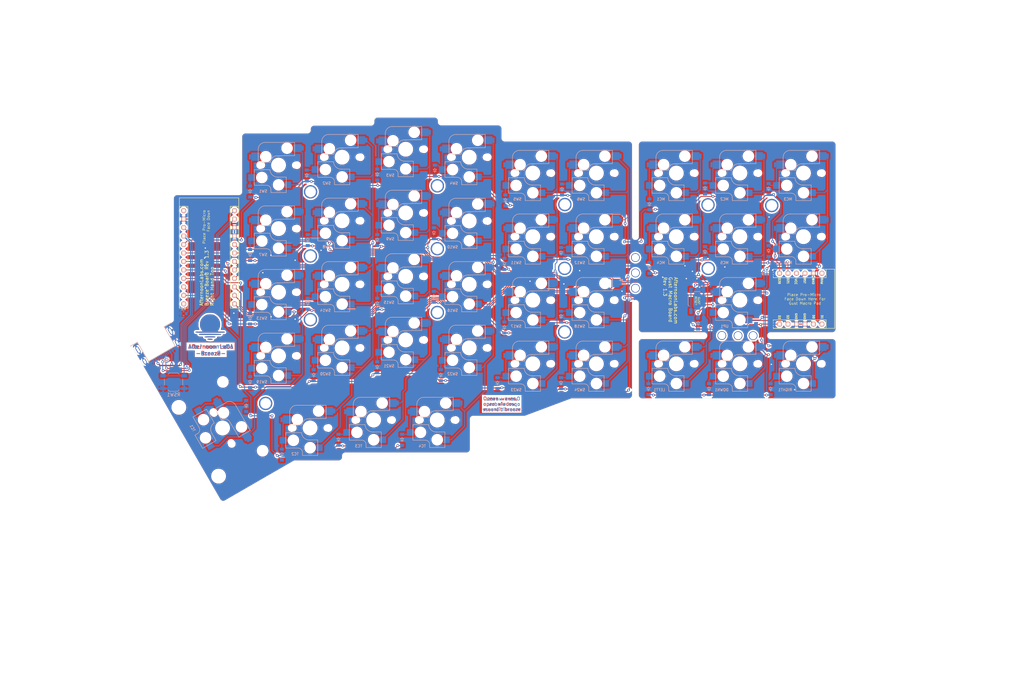
<source format=kicad_pcb>
(kicad_pcb (version 20221018) (generator pcbnew)
  (title_block (title "Breeze") (date "2023-05-21") (rev "Rev1.2") (company "Afternoon Labs LLC"))
  (layers (0 "F.Cu" signal) (31 "B.Cu" signal) (36 "B.SilkS" user "B.Silkscreen") (37 "F.SilkS" user "F.Silkscreen") (38 "B.Mask" user) (39 "F.Mask" user) (44 "Edge.Cuts" user))
  (net 0 "")
  (net 1 "VCC")
  (net 2 "GND")
  (net 3 "RST")
  (net 4 "COL7")
  (net 5 "COL6")
  (net 6 "COL8")
  (net 7 "ROW0")
  (net 8 "Net-(D1-A)")
  (net 9 "ROW1")
  (net 10 "Net-(D2-A)")
  (net 11 "ROW2")
  (net 12 "Net-(D3-A)")
  (net 13 "ROW3")
  (net 14 "Net-(D4-A)")
  (net 15 "ROW4")
  (net 16 "Net-(D5-A)")
  (net 17 "Net-(D6-A)")
  (net 18 "Net-(D7-A)")
  (net 19 "Net-(D8-A)")
  (net 20 "Net-(D9-A)")
  (net 21 "Net-(D10-A)")
  (net 22 "Net-(D11-A)")
  (net 23 "Net-(D12-A)")
  (net 24 "Net-(D13-A)")
  (net 25 "Net-(D14-A)")
  (net 26 "Net-(D15-A)")
  (net 27 "Net-(D16-A)")
  (net 28 "Net-(D17-A)")
  (net 29 "Net-(D18-A)")
  (net 30 "Net-(D19-A)")
  (net 31 "Net-(D20-A)")
  (net 32 "Net-(D21-A)")
  (net 33 "Net-(D22-A)")
  (net 34 "Net-(D23-A)")
  (net 35 "Net-(D24-A)")
  (net 36 "COL0")
  (net 37 "COL1")
  (net 38 "COL2")
  (net 39 "COL3")
  (net 40 "COL4")
  (net 41 "COL5")
  (net 42 "Net-(DALF1-A)")
  (net 43 "Net-(DAN1-A)")
  (net 44 "Net-(DMC1-A)")
  (net 45 "Net-(DMC2-A)")
  (net 46 "Net-(DMC3-A)")
  (net 47 "Net-(DMC4-A)")
  (net 48 "Net-(DMC5-A)")
  (net 49 "Net-(DMC6-A)")
  (net 50 "Net-(DRT1-A)")
  (net 51 "Net-(DTC1-A)")
  (net 52 "Net-(DTC2-A)")
  (net 53 "Net-(DTC3-A)")
  (net 54 "Net-(DTC4-A)")
  (net 55 "Net-(DUP1-A)")
  (net 57 "Net-(MCU-MACRO1-RST)")
  (net 59 "DATA2")
  (net 60 "DATA1")
  (net 63 "SideSelect")
  (footprint "Breeze:ProMicro_1-Sided" (layer "F.Cu") (at 125.524 135.801)
    (fp_text reference "MCU-MAIN1" hide)
    (fp_text value "PRO-MICRO" hide)
  )
  (footprint "Breeze:MX_Choc_Hotswap_1-Sided" (layer "F.Cu") (at 284.598 167.74)
    (fp_text reference "DOWN1" hide)
    (fp_text value "CHOCXHSPCB-1U" hide)
  )
  (footprint "Breeze:MX_Choc_Hotswap_1-Sided" (layer "F.Cu") (at 265.548 167.74)
    (fp_text reference "LEFT1" hide)
    (fp_text value "CHOCXHSPCB-1U" hide)
  )
  (footprint "Breeze:MX_Choc_Hotswap_1-Sided" (layer "F.Cu") (at 303.648 167.74)
    (fp_text reference "RIGHT1" hide)
    (fp_text value "CHOCXHSPCB-1U" hide)
  )
  (footprint "Breeze:MX_Choc_Hotswap_1-Sided" (layer "F.Cu") (at 284.598 148.69)
    (fp_text reference "UP1" hide)
    (fp_text value "CHOCXHSPCB-1U" hide)
  )
  (footprint "Breeze:MX_Choc_Hotswap_1-Sided" (layer "F.Cu") (at 265.548 110.59)
    (fp_text reference "MC1" hide)
    (fp_text value "CHOCXHSPCB-1U" hide)
  )
  (footprint "Breeze:MX_Choc_Hotswap_1-Sided" (layer "F.Cu") (at 284.598 110.59)
    (fp_text reference "MC2" hide)
    (fp_text value "CHOCXHSPCB-1U" hide)
  )
  (footprint "Breeze:MX_Choc_Hotswap_1-Sided" (layer "F.Cu") (at 303.648 110.59)
    (fp_text reference "MC3" hide)
    (fp_text value "CHOCXHSPCB-1U" hide)
  )
  (footprint "Breeze:MX_Choc_Hotswap_1-Sided" (layer "F.Cu") (at 265.548 129.64)
    (fp_text reference "MC4" hide)
    (fp_text value "CHOCXHSPCB-1U" hide)
  )
  (footprint "Breeze:MX_Choc_Hotswap_1-Sided" (layer "F.Cu") (at 284.598 129.64)
    (fp_text reference "MC5" hide)
    (fp_text value "CHOCXHSPCB-1U" hide)
  )
  (footprint "Breeze:MX_Choc_Hotswap_1-Sided" (layer "F.Cu") (at 303.648 129.64)
    (fp_text reference "MC6" hide)
    (fp_text value "CHOCXHSPCB-1U" hide)
  )
  (footprint "Breeze:MX_Choc_Hotswap_1-Sided" (layer "F.Cu") (at 146.34 108.206)
    (fp_text reference "SW1" hide)
    (fp_text value "CHOCXHSPCB-1U" hide)
  )
  (footprint "Breeze:MX_Choc_Hotswap_1-Sided" (layer "F.Cu") (at 165.39 105.825)
    (fp_text reference "SW2" hide)
    (fp_text value "CHOCXHSPCB-1U" hide)
  )
  (footprint "Breeze:MX_Choc_Hotswap_1-Sided" (layer "F.Cu") (at 184.44 103.44)
    (fp_text reference "SW3" hide)
    (fp_text value "CHOCXHSPCB-1U" hide)
  )
  (footprint "Breeze:MX_Choc_Hotswap_1-Sided" (layer "F.Cu") (at 203.49 105.825)
    (fp_text reference "SW4" hide)
    (fp_text value "CHOCXHSPCB-1U" hide)
  )
  (footprint "Breeze:MX_Choc_Hotswap_1-Sided" (layer "F.Cu") (at 222.54 110.59)
    (fp_text reference "SW5" hide)
    (fp_text value "CHOCXHSPCB-1U" hide)
  )
  (footprint "Breeze:MX_Choc_Hotswap_1-Sided" (layer "F.Cu") (at 241.59 110.59)
    (fp_text reference "SW6" hide)
    (fp_text value "CHOCXHSPCB-1U" hide)
  )
  (footprint "Breeze:MX_Choc_Hotswap_1-Sided" (layer "F.Cu") (at 146.34 127.227)
    (fp_text reference "SW7" hide)
    (fp_text value "CHOCXHSPCB-1U" hide)
  )
  (footprint "Breeze:MX_Choc_Hotswap_1-Sided" (layer "F.Cu") (at 165.39 124.8902)
    (fp_text reference "SW8" hide)
    (fp_text value "CHOCXHSPCB-1U" hide)
  )
  (footprint "Breeze:MX_Choc_Hotswap_1-Sided" (layer "F.Cu") (at 184.44 122.528)
    (fp_text reference "SW9" hide)
    (fp_text value "CHOCXHSPCB-1U" hide)
  )
  (footprint "Breeze:MX_Choc_Hotswap_1-Sided" (layer "F.Cu") (at 203.49 124.941)
    (fp_text reference "SW10" hide)
    (fp_text value "CHOCXHSPCB-1U" hide)
  )
  (footprint "Breeze:MX_Choc_Hotswap_1-Sided" (layer "F.Cu") (at 222.54 129.64)
    (fp_text reference "SW11" hide)
    (fp_text value "CHOCXHSPCB-1U" hide)
  )
  (footprint "Breeze:MX_Choc_Hotswap_1-Sided" (layer "F.Cu") (at 241.59 129.64)
    (fp_text reference "SW12" hide)
    (fp_text value "CHOCXHSPCB-1U" hide)
  )
  (footprint "Breeze:MX_Choc_Hotswap_1-Sided" (layer "F.Cu") (at 146.34 146.277)
    (fp_text reference "SW13" hide)
    (fp_text value "CHOCXHSPCB-1U" hide)
  )
  (footprint "Breeze:MX_Choc_Hotswap_1-Sided" (layer "F.Cu") (at 165.39 143.925)
    (fp_text reference "SW14" hide)
    (fp_text value "CHOCXHSPCB-1U" hide)
  )
  (footprint "Breeze:MX_Choc_Hotswap_1-Sided" (layer "F.Cu") (at 184.44 141.54)
    (fp_text reference "SW15" hide)
    (fp_text value "CHOCXHSPCB-1U" hide)
  )
  (footprint "Breeze:MX_Choc_Hotswap_1-Sided" (layer "F.Cu") (at 203.49 143.925)
    (fp_text reference "SW16" hide)
    (fp_text value "CHOCXHSPCB-1U" hide)
  )
  (footprint "Breeze:MX_Choc_Hotswap_1-Sided" (layer "F.Cu") (at 222.54 148.69)
    (fp_text reference "SW17" hide)
    (fp_text value "CHOCXHSPCB-1U" hide)
  )
  (footprint "Breeze:MX_Choc_Hotswap_1-Sided" (layer "F.Cu") (at 241.59 148.69)
    (fp_text reference "SW18" hide)
    (fp_text value "CHOCXHSPCB-1U" hide)
  )
  (footprint "Breeze:MX_Choc_Hotswap_1-Sided" (layer "F.Cu") (at 146.34 165.356)
    (fp_text reference "SW19" hide)
    (fp_text value "CHOCXHSPCB-1U" hide)
  )
  (footprint "Breeze:MX_Choc_Hotswap_1-Sided" (layer "F.Cu") (at 165.39 162.975)
    (fp_text reference "SW20" hide)
    (fp_text value "CHOCXHSPCB-1U" hide)
  )
  (footprint "Breeze:MX_Choc_Hotswap_1-Sided" (layer "F.Cu") (at 184.44 160.59)
    (fp_text reference "SW21" hide)
    (fp_text value "CHOCXHSPCB-1U" hide)
  )
  (footprint "Breeze:MX_Choc_Hotswap_1-Sided" (layer "F.Cu") (at 203.49 162.975)
    (fp_text reference "SW22" hide)
    (fp_text value "CHOCXHSPCB-1U" hide)
  )
  (footprint "Breeze:MX_Choc_Hotswap_1-Sided" (layer "F.Cu") (at 222.54 167.74)
    (fp_text reference "SW23" hide)
    (fp_text value "CHOCXHSPCB-1U" hide)
  )
  (footprint "Breeze:MX_Choc_Hotswap_1-Sided" (layer "F.Cu") (at 241.59 167.74)
    (fp_text reference "SW24" hide)
    (fp_text value "CHOCXHSPCB-1U" hide)
  )
  (footprint "Breeze:MX_Choc_Hotswap_1-Sided" (layer "F.Cu") (at 129.563 186.974 -60)
    (fp_text reference "TC1" hide)
    (fp_text value "CHOCXHSPCB-1U" hide)
  )
  (footprint "Breeze:MX_Choc_Hotswap_1-Sided" (layer "F.Cu") (at 155.79 186.974)
    (fp_text reference "TC2" hide)
    (fp_text value "CHOCXHSPCB-1U" hide)
  )
  (footprint "Breeze:MX_Choc_Hotswap_1-Sided" (layer "F.Cu") (at 174.84 184.59)
    (fp_text reference "TC3" hide)
    (fp_text value "CHOCXHSPCB-1U" hide)
  )
  (footprint "Breeze:MX_Choc_Hotswap_1-Sided" (layer "F.Cu") (at 193.89 184.59)
    (fp_text reference "TC4" hide)
    (fp_text value "CHOCXHSPCB-1U" hide)
  )
  (footprint "Breeze:PROMICRO-PARTIAL2" (layer "F.Cu") (at 295.594 148.131 -90)
    (fp_text reference "MCU-MACRO1" hide)
    (fp_text value "ProMicro-Partial" hide)
  )
  (footprint "Breeze:M3-HOLE" (layer "F.Cu") (at 275.104 139.161)
    (fp_text reference "H1" hide)
    (fp_text value "M3-HOLE" hide)
  )
  (footprint "Breeze:M3-HOLE" (layer "F.Cu") (at 232.074 139.141)
    (fp_text reference "H3" hide)
    (fp_text value "M3-HOLE" hide)
  )
  (footprint "Breeze:M3-HOLE" (layer "F.Cu") (at 232.074 158.201)
    (fp_text reference "H4" hide)
    (fp_text value "M3-HOLE" hide)
  )
  (footprint "Breeze:M3-HOLE" (layer "F.Cu") (at 193.934 133.251)
    (fp_text reference "H5" hide)
    (fp_text value "M3-HOLE" hide)
  )
  (footprint "Breeze:M3-HOLE" (layer "F.Cu") (at 193.934 152.361)
    (fp_text reference "H6" hide)
    (fp_text value "M3-HOLE" hide)
  )
  (footprint "Breeze:M3-HOLE" (layer "F.Cu") (at 155.894 154.501)
    (fp_text reference "H7" hide)
    (fp_text value "M3-HOLE" hide)
  )
  (footprint "Breeze:M3-HOLE" (layer "F.Cu") (at 155.894 135.431)
    (fp_text reference "H8" hide)
    (fp_text value "M3-HOLE" hide)
  )
  (footprint "Breeze:M3-HOLE" (layer "F.Cu") (at 142.474 179.611)
    (fp_text reference "H9" hide)
    (fp_text value "M3-HOLE" hide)
  )
  (footprint "Breeze:Stabilizer_MX_2u" (layer "F.Cu") (at 129.563 186.974 -60)
    (fp_text reference "STABL1" hide)
    (fp_text value "MX-STABILIZER-2U" hide)
  )
  (footprint "Breeze:M2-HOLE" (layer "F.Cu") (at 288.54 159.306)
    (fp_text reference "H10" hide)
    (fp_text value "2M-HOLE" hide)
  )
  (footprint "Breeze:M2-HOLE" (layer "F.Cu") (at 253.286 140.506)
    (fp_text reference "H11" hide)
    (fp_text value "2M-HOLE" hide)
  )
  (footprint "Breeze:M2-HOLE" (layer "F.Cu") (at 279.182 159.26)
    (fp_text reference "H12" hide)
    (fp_text value "2M-HOLE" hide)
  )
  (footprint "Breeze:M2-HOLE" (layer "F.Cu") (at 253.286 145.106)
    (fp_text reference "H13" hide)
    (fp_text value "2M-HOLE" hide)
  )
  (footprint "Breeze:M2-HOLE" (layer "F.Cu") (at 284.04 159.306)
    (fp_text reference "H14" hide)
    (fp_text value "2M-HOLE" hide)
  )
  (footprint "Breeze:M2-HOLE" (layer "F.Cu") (at 253.286 135.906)
    (fp_text reference "H15" hide)
    (fp_text value "2M-HOLE" hide)
  )
  (footprint "Breeze:M3-HOLE" (layer "F.Cu") (at 275.04 120.106)
    (fp_text reference "H16" hide)
    (fp_text value "M3-HOLE" hide)
  )
  (footprint "Breeze:M3-HOLE" (layer "F.Cu") (at 294.14 120.306)
    (fp_text reference "H17" hide)
    (fp_text value "M3-HOLE" hide)
  )
  (footprint "Breeze:logo" (layer "F.Cu") (at 125.766 156.72)
    (fp_text reference "LGO1" hide)
    (fp_text value "Logo" hide)
  )
  (footprint "Breeze:M3-HOLE" (layer "F.Cu") (at 155.94 116.206)
    (fp_text reference "H2" hide)
    (fp_text value "M3-HOLE" hide)
  )
  (footprint "Breeze:M3-HOLE" (layer "F.Cu") (at 193.94 114.406)
    (fp_text reference "H18" hide)
    (fp_text value "M3-HOLE" hide)
  )
  (footprint "Breeze:M3-HOLE" (layer "F.Cu") (at 232.14 120.006)
    (fp_text reference "H19" hide)
    (fp_text value "M3-HOLE" hide)
  )
  (footprint "Breeze:SOD-123FL" (layer "B.Cu") (at 137.814728 116.08584 90)
    (fp_text reference "D1")
    (fp_text value "DIODE")
  )
  (footprint "Breeze:SOD-123FL" (layer "B.Cu") (at 137.814728 135.135824 90)
    (fp_text reference "D7")
    (fp_text value "DIODE")
  )
  (footprint "Breeze:SOD-123FL" (layer "B.Cu") (at 137.814728 154.185808 90)
    (fp_text reference "D13")
    (fp_text value "DIODE")
  )
  (footprint "Breeze:SOD-123FL" (layer "B.Cu") (at 137.814728 173.235792 90)
    (fp_text reference "D19")
    (fp_text value "DIODE")
  )
  (footprint "Breeze:SOD-123FL" (layer "B.Cu") (at 136.624104 180.379536 90)
    (fp_text reference "DTC1")
    (fp_text value "DIODE")
  )
  (footprint "Breeze:SOD-123FL" (layer "B.Cu") (at 154.78112 111.323344 90)
    (fp_text reference "D2")
    (fp_text value "DIODE")
  )
  (footprint "Breeze:SOD-123FL" (layer "B.Cu") (at 155.078776 130.670984 90)
    (fp_text reference "D8")
    (fp_text value "DIODE")
  )
  (footprint "Breeze:SOD-123FL" (layer "B.Cu") (at 155.078776 149.720968 90)
    (fp_text reference "D14")
    (fp_text value "DIODE")
  )
  (footprint "Breeze:SOD-123FL" (layer "B.Cu") (at 156.864712 171.1522 90)
    (fp_text reference "D20")
    (fp_text value "DIODE")
  )
  (footprint "Breeze:SOD-123FL" (layer "B.Cu") (at 147.33972 194.96468 90)
    (fp_text reference "DTC2")
    (fp_text value "DIODE")
  )
  (footprint "Breeze:SOD-123FL" (layer "B.Cu") (at 175.914696 111.025688 90)
    (fp_text reference "D3")
    (fp_text value "DIODE")
  )
  (footprint "Breeze:SOD-123FL" (layer "B.Cu") (at 175.914696 130.670984 90)
    (fp_text reference "D9")
    (fp_text value "DIODE")
  )
  (footprint "Breeze:SOD-123FL" (layer "B.Cu") (at 175.914696 149.720968 90)
    (fp_text reference "D15")
    (fp_text value "DIODE")
  )
  (footprint "Breeze:SOD-123FL" (layer "B.Cu") (at 175.914696 168.770952 90)
    (fp_text reference "D21")
    (fp_text value "DIODE")
  )
  (footprint "Breeze:SOD-123FL" (layer "B.Cu") (at 164.306112 190.49984 90)
    (fp_text reference "DTC3")
    (fp_text value "DIODE")
  )
  (footprint "Breeze:SOD-123FL" (layer "B.Cu") (at 193.178744 109.835064 90)
    (fp_text reference "D4")
    (fp_text value "DIODE")
  )
  (footprint "Breeze:SOD-123FL" (layer "B.Cu") (at 192.881088 128.587392 90)
    (fp_text reference "D10")
    (fp_text value "DIODE")
  )
  (footprint "Breeze:SOD-123FL" (layer "B.Cu") (at 192.881088 147.637376 90)
    (fp_text reference "D16")
    (fp_text value "DIODE")
  )
  (footprint "Breeze:SOD-123FL" (layer "B.Cu") (at 194.96468 171.1522 90)
    (fp_text reference "D22")
    (fp_text value "DIODE")
  )
  (footprint "Breeze:SOD-123FL" (layer "B.Cu") (at 183.356096 190.49984 90)
    (fp_text reference "DTC4")
    (fp_text value "DIODE")
  )
  (footprint "Breeze:SOD-123FL" (layer "B.Cu") (at 214.31232 118.764744 90)
    (fp_text reference "D5")
    (fp_text value "DIODE")
  )
  (footprint "Breeze:SOD-123FL" (layer "B.Cu") (at 214.014664 137.814728 90)
    (fp_text reference "D11")
    (fp_text value "DIODE")
  )
  (footprint "Breeze:SOD-123FL" (layer "B.Cu") (at 214.014664 156.864712 90)
    (fp_text reference "D17")
    (fp_text value "DIODE")
  )
  (footprint "Breeze:SOD-123FL" (layer "B.Cu") (at 211.931072 173.533448 90)
    (fp_text reference "D23")
    (fp_text value "DIODE")
  )
  (footprint "Breeze:SOD-123FL" (layer "B.Cu") (at 231.278712 115.490528 90)
    (fp_text reference "D6")
    (fp_text value "DIODE")
  )
  (footprint "Breeze:SOD-123FL" (layer "B.Cu") (at 230.981056 134.540512 90)
    (fp_text reference "D12")
    (fp_text value "DIODE")
  )
  (footprint "Breeze:SOD-123FL" (layer "B.Cu") (at 230.981056 153.590496 90)
    (fp_text reference "D18")
    (fp_text value "DIODE")
  )
  (footprint "Breeze:SOD-123FL" (layer "B.Cu") (at 230.981056 173.533448 90)
    (fp_text reference "D24")
    (fp_text value "DIODE")
  )
  (footprint "Breeze:SOD-123FL" (layer "B.Cu") (at 257.47244 119.955368 90)
    (fp_text reference "DMC1")
    (fp_text value "DIODE")
  )
  (footprint "Breeze:SOD-123FL" (layer "B.Cu") (at 257.47244 139.005352 90)
    (fp_text reference "DMC4")
    (fp_text value "DIODE")
  )
  (footprint "Breeze:SOD-123FL" (layer "B.Cu") (at 257.174784 175.319384 90)
    (fp_text reference "DALF1")
    (fp_text value "DIODE")
  )
  (footprint "Breeze:SOD-123FL" (layer "B.Cu") (at 274.141176 115.192872 90)
    (fp_text reference "DMC2")
    (fp_text value "DIODE")
  )
  (footprint "Breeze:SOD-123FL" (layer "B.Cu") (at 274.141176 134.242856 90)
    (fp_text reference "DMC5")
    (fp_text value "DIODE")
  )
  (footprint "Breeze:SOD-123FL" (layer "B.Cu") (at 272.057584 155.674088 90)
    (fp_text reference "DUP1")
    (fp_text value "DIODE")
  )
  (footprint "Breeze:SOD-123FL" (layer "B.Cu") (at 275.3318 175.319384 90)
    (fp_text reference "DAN1")
    (fp_text value "DIODE")
  )
  (footprint "Breeze:SOD-123FL" (layer "B.Cu") (at 293.19116 115.340508 90)
    (fp_text reference "DMC3")
    (fp_text value "DIODE")
  )
  (footprint "Breeze:SOD-123FL" (layer "B.Cu") (at 293.19116 133.9452 90)
    (fp_text reference "DMC6")
    (fp_text value "DIODE")
  )
  (footprint "Breeze:SOD-123FL" (layer "B.Cu") (at 293.786472 175.319384 90)
    (fp_text reference "DRT1")
    (fp_text value "DIODE")
  )
  (footprint "Button_Switch_SMD:SW_SPST_TL3342" (layer "B.Cu") (at 271.816 148.846 -90)
    (fp_text reference "RSW-MACRO1" hide)
    (fp_text value "SW-RST")
  )
  (footprint "Button_Switch_SMD:SW_SPST_TL3342" (layer "B.Cu") (at 114.895216 173.235792)
    (fp_text reference "RSW1")
    (fp_text value "SW-RST")
  )
  (footprint "Keebio-Parts:USB-C-12-Pin-MidMount" (layer "B.Cu") (at 108.049128 158.948304 -150)
    (fp_text reference "USB1")
    (fp_text value "HRO-TYPE-C-31-M-12")
  )
  (footprint "Resistor_SMD:R_0603_1608Metric" (layer "B.Cu") (at 117.871776 152.697528 180)
    (fp_text reference "R1")
    (fp_text value "10kΩ")
  )
  (gr_line (start 166.372 194.317) (end 202.672 194.317) (stroke (width 0.05)) (layer "Edge.Cuts"))
  (gr_arc (start 251.27 101.126) (mid 251.977107 101.418893) (end 252.27 102.126) (stroke (width 0.05)) (layer "Edge.Cuts"))
  (gr_arc (start 253.27 130.614) (mid 252.562893 130.321107) (end 252.27 129.614) (stroke (width 0.05)) (layer "Edge.Cuts"))
  (gr_line (start 251.27 101.126) (end 214.15 101.126) (stroke (width 0.05)) (layer "Edge.Cuts"))
  (gr_arc (start 220.312305 183.253636) (mid 220.139995 183.301032) (end 219.962 183.317) (stroke (width 0.05)) (layer "Edge.Cuts"))
  (gr_arc (start 130.262 208.674) (mid 129.503199 208.773908) (end 128.896 208.308) (stroke (width 0.05)) (layer "Edge.Cuts"))
  (gr_line (start 292.795 159.321) (end 292.795 159.276) (stroke (width 0.05)) (layer "Edge.Cuts"))
  (gr_arc (start 255.305 158.276) (mid 254.597893 157.983107) (end 254.305 157.276) (stroke (width 0.05)) (layer "Edge.Cuts"))
  (gr_arc (start 102.846 163.188) (mid 102.746092 162.429199) (end 103.212 161.822) (stroke (width 0.05)) (layer "Edge.Cuts"))
  (gr_line (start 104.08 161.32) (end 107.36 167) (stroke (width 0.05)) (layer "Edge.Cuts"))
  (gr_line (start 134.44 117.186) (end 115.97 117.186) (stroke (width 0.05)) (layer "Edge.Cuts"))
  (gr_line (start 313.265 102.126) (end 313.265 157.276) (stroke (width 0.05)) (layer "Edge.Cuts"))
  (gr_line (start 254.305 129.614) (end 254.305 102.126) (stroke (width 0.05)) (layer "Edge.Cuts"))
  (gr_line (start 212.15 96.296) (end 195.1 96.296) (stroke (width 0.05)) (layer "Edge.Cuts"))
  (gr_line (start 204.672 183.317) (end 219.962 183.317) (stroke (width 0.05)) (layer "Edge.Cuts"))
  (gr_line (start 254.305 161.321) (end 254.305 177.101) (stroke (width 0.05)) (layer "Edge.Cuts"))
  (gr_arc (start 252.27 177.101) (mid 251.977107 177.808107) (end 251.27 178.101) (stroke (width 0.05)) (layer "Edge.Cuts"))
  (gr_line (start 273.795 158.276) (end 255.305 158.276) (stroke (width 0.05)) (layer "Edge.Cuts"))
  (gr_arc (start 135.44 116.186) (mid 135.147107 116.893107) (end 134.44 117.186) (stroke (width 0.05)) (layer "Edge.Cuts"))
  (gr_line (start 313.265 161.321) (end 313.265 177.101) (stroke (width 0.05)) (layer "Edge.Cuts"))
  (gr_line (start 102.846 163.188) (end 128.896 208.308) (stroke (width 0.05)) (layer "Edge.Cuts"))
  (gr_line (start 312.265 160.321) (end 293.795 160.321) (stroke (width 0.05)) (layer "Edge.Cuts"))
  (gr_arc (start 293.795 160.321) (mid 293.087893 160.028107) (end 292.795 159.321) (stroke (width 0.05)) (layer "Edge.Cuts"))
  (gr_line (start 130.262 208.674) (end 150.774 196.831) (stroke (width 0.05)) (layer "Edge.Cuts"))
  (gr_line (start 255.305 101.126) (end 312.265 101.126) (stroke (width 0.05)) (layer "Edge.Cuts"))
  (gr_line (start 203.672 193.317) (end 203.672 184.317) (stroke (width 0.05)) (layer "Edge.Cuts"))
  (gr_line (start 194.1 95.296) (end 194.1 94.956) (stroke (width 0.05)) (layer "Edge.Cuts"))
  (gr_line (start 175.05 94.956) (end 175.05 95.376) (stroke (width 0.05)) (layer "Edge.Cuts"))
  (gr_line (start 274.795 159.276) (end 274.795 159.321) (stroke (width 0.05)) (layer "Edge.Cuts"))
  (gr_arc (start 165.372 195.697) (mid 165.079107 196.404107) (end 164.372 196.697) (stroke (width 0.05)) (layer "Edge.Cuts"))
  (gr_line (start 255.305 178.101) (end 312.265 178.101) (stroke (width 0.05)) (layer "Edge.Cuts"))
  (gr_arc (start 274.795 159.321) (mid 274.502107 160.028107) (end 273.795 160.321) (stroke (width 0.05)) (layer "Edge.Cuts"))
  (gr_line (start 115.38 162.37) (end 112.1 156.7) (stroke (width 0.05)) (layer "Edge.Cuts"))
  (gr_arc (start 253.305 148.614) (mid 254.012107 148.906893) (end 254.305 149.614) (stroke (width 0.05)) (layer "Edge.Cuts"))
  (gr_line (start 273.795 160.321) (end 255.305 160.321) (stroke (width 0.05)) (layer "Edge.Cuts"))
  (gr_line (start 103.212 161.822) (end 104.08 161.32) (stroke (width 0.05)) (layer "Edge.Cuts"))
  (gr_arc (start 156 97.706) (mid 155.707107 98.413107) (end 155 98.706) (stroke (width 0.05)) (layer "Edge.Cuts"))
  (gr_line (start 251.27 178.101) (end 234.27 178.101) (stroke (width 0.05)) (layer "Edge.Cuts"))
  (gr_arc (start 273.795 158.276) (mid 274.502107 158.568893) (end 274.795 159.276) (stroke (width 0.05)) (layer "Edge.Cuts"))
  (gr_arc (start 175.05 95.376) (mid 174.757107 96.083107) (end 174.05 96.376) (stroke (width 0.05)) (layer "Edge.Cuts"))
  (gr_line (start 253.305 148.614) (end 253.27 148.614) (stroke (width 0.05)) (layer "Edge.Cuts"))
  (gr_line (start 174.05 96.376) (end 157 96.376) (stroke (width 0.05)) (layer "Edge.Cuts"))
  (gr_line (start 107.36 167) (end 115.38 162.37) (stroke (width 0.05)) (layer "Edge.Cuts"))
  (gr_arc (start 175.05 94.956) (mid 175.342893 94.248893) (end 176.05 93.956) (stroke (width 0.05)) (layer "Edge.Cuts"))
  (gr_arc (start 156 97.376) (mid 156.292893 96.668893) (end 157 96.376) (stroke (width 0.05)) (layer "Edge.Cuts"))
  (gr_arc (start 254.305 102.126) (mid 254.597893 101.418893) (end 255.305 101.126) (stroke (width 0.05)) (layer "Edge.Cuts"))
  (gr_arc (start 312.265 101.126) (mid 312.972107 101.418893) (end 313.265 102.126) (stroke (width 0.05)) (layer "Edge.Cuts"))
  (gr_arc (start 214.15 101.126) (mid 213.442893 100.833107) (end 213.15 100.126) (stroke (width 0.05)) (layer "Edge.Cuts"))
  (gr_line (start 151.274 196.697) (end 164.372 196.697) (stroke (width 0.05)) (layer "Edge.Cuts"))
  (gr_arc (start 254.305 129.614) (mid 254.012107 130.321107) (end 253.305 130.614) (stroke (width 0.05)) (layer "Edge.Cuts"))
  (gr_arc (start 252.27 149.614) (mid 252.562893 148.906893) (end 253.27 148.614) (stroke (width 0.05)) (layer "Edge.Cuts"))
  (gr_line (start 193.1 93.956) (end 176.05 93.956) (stroke (width 0.05)) (layer "Edge.Cuts"))
  (gr_line (start 213.15 100.126) (end 213.15 97.296) (stroke (width 0.05)) (layer "Edge.Cuts"))
  (gr_line (start 252.27 102.126) (end 252.27 129.614) (stroke (width 0.05)) (layer "Edge.Cuts"))
  (gr_arc (start 292.795 159.276) (mid 293.087893 158.568893) (end 293.795 158.276) (stroke (width 0.05)) (layer "Edge.Cuts"))
  (gr_arc (start 254.305 161.321) (mid 254.597893 160.613893) (end 255.305 160.321) (stroke (width 0.05)) (layer "Edge.Cuts"))
  (gr_arc (start 195.1 96.296) (mid 194.392893 96.003107) (end 194.1 95.296) (stroke (width 0.05)) (layer "Edge.Cuts"))
  (gr_arc (start 233.919695 178.164364) (mid 234.092005 178.116968) (end 234.27 178.101) (stroke (width 0.05)) (layer "Edge.Cuts"))
  (gr_arc (start 165.372 195.317) (mid 165.664893 194.609893) (end 166.372 194.317) (stroke (width 0.05)) (layer "Edge.Cuts"))
  (gr_arc (start 312.265 160.321) (mid 312.972107 160.613893) (end 313.265 161.321) (stroke (width 0.05)) (layer "Edge.Cuts"))
  (gr_arc (start 203.672 193.317) (mid 203.379107 194.024107) (end 202.672 194.317) (stroke (width 0.05)) (layer "Edge.Cuts"))
  (gr_line (start 135.44 99.706) (end 135.44 116.186) (stroke (width 0.05)) (layer "Edge.Cuts"))
  (gr_line (start 156 97.376) (end 156 97.706) (stroke (width 0.05)) (layer "Edge.Cuts"))
  (gr_line (start 112.1 156.7) (end 114.47 155.322) (stroke (width 0.05)) (layer "Edge.Cuts"))
  (gr_line (start 253.27 130.614) (end 253.305 130.614) (stroke (width 0.05)) (layer "Edge.Cuts"))
  (gr_arc (start 313.265 177.101) (mid 312.972107 177.808107) (end 312.265 178.101) (stroke (width 0.05)) (layer "Edge.Cuts"))
  (gr_arc (start 114.97 118.186) (mid 115.262893 117.478893) (end 115.97 117.186) (stroke (width 0.05)) (layer "Edge.Cuts"))
  (gr_line (start 254.305 149.614) (end 254.305 157.276) (stroke (width 0.05)) (layer "Edge.Cuts"))
  (gr_line (start 252.27 149.614) (end 252.27 177.101) (stroke (width 0.05)) (layer "Edge.Cuts"))
  (gr_arc (start 150.774 196.830975) (mid 151.015181 196.731075) (end 151.274 196.697) (stroke (width 0.05)) (layer "Edge.Cuts"))
  (gr_arc (start 203.672 184.317) (mid 203.964893 183.609893) (end 204.672 183.317) (stroke (width 0.05)) (layer "Edge.Cuts"))
  (gr_arc (start 193.1 93.956) (mid 193.807107 94.248893) (end 194.1 94.956) (stroke (width 0.05)) (layer "Edge.Cuts"))
  (gr_line (start 165.372 195.317) (end 165.372 195.697) (stroke (width 0.05)) (layer "Edge.Cuts"))
  (gr_arc (start 313.265 157.276) (mid 312.972107 157.983107) (end 312.265 158.276) (stroke (width 0.05)) (layer "Edge.Cuts"))
  (gr_line (start 293.795 158.276) (end 312.265 158.276) (stroke (width 0.05)) (layer "Edge.Cuts"))
  (gr_line (start 114.97 154.456) (end 114.97 118.186) (stroke (width 0.05)) (layer "Edge.Cuts"))
  (gr_arc (start 255.305 178.101) (mid 254.597893 177.808107) (end 254.305 177.101) (stroke (width 0.05)) (layer "Edge.Cuts"))
  (gr_line (start 233.92 178.164) (end 220.313 183.254) (stroke (width 0.05)) (layer "Edge.Cuts"))
  (gr_arc (start 114.969978 154.455987) (mid 114.836013 154.955978) (end 114.47 155.322) (stroke (width 0.05)) (layer "Edge.Cuts"))
  (gr_arc (start 135.44 99.706) (mid 135.732893 98.998893) (end 136.44 98.706) (stroke (width 0.05)) (layer "Edge.Cuts"))
  (gr_line (start 136.44 98.706) (end 155 98.706) (stroke (width 0.05)) (layer "Edge.Cuts"))
  (gr_arc (start 212.15 96.296) (mid 212.857107 96.588893) (end 213.15 97.296) (stroke (width 0.05)) (layer "Edge.Cuts"))
  (gr_text "Afternoon Labs" (at 126.04 162.596) (layer "F.Cu") (effects (font (size 1.2 1.2) (thickness 0.2))))
  (gr_text "-Breeze-" (at 126.04 164.628) (layer "F.Cu") (effects (font (size 1.2 1.2) (thickness 0.2))))
  (gr_text "Ocean waves,\nopen window,\nmoonlit breeze." (at 207.59 179.767) (layer "F.Cu") (effects (font (size 1 1)) (justify left)))
  (gr_text "Ocean waves,\nopen window,\nmoonlit breeze." (at 218.84 179.817) (layer "B.Cu") (effects (font (size 1 1)) (justify left mirror)))
  (gr_text "Afternoon Labs" (at 126.02 162.562) (layer "B.Cu") (effects (font (size 1.2 1.2) (thickness 0.2)) (justify mirror)))
  (gr_text "-Breeze-" (at 126.02 164.594) (layer "B.Cu") (effects (font (size 1.2 1.2) (thickness 0.2)) (justify mirror)))
  (gr_text "AfternoonLabs.com\nGust Macro Board\nRev 1.3" (at 263.78452 141.62224 270) (layer "F.SilkS") (effects (font (size 1 1)) (justify left)))
  (gr_text "AfternoonLabs.com\nBreeze Board Rev 1.3\nRight Hand Top" (at 124.834 150.471 90) (layer "F.SilkS") (effects (font (size 1 1)) (justify left)))
  (gr_text "Place Pro-Micro\nFace Down" (at 124.684 121.591 90) (layer "F.SilkS") (effects (font (size 0.8 0.8) (thickness 0.1)) (justify right)))
  (gr_text "GND" (at 306.554 143.001 270) (layer "F.SilkS") (effects (font (size 0.6 0.6))))
  (gr_text "RST" (at 303.984 142.871 270) (layer "F.SilkS") (effects (font (size 0.6 0.6))))
  (gr_text "VCC" (at 301.354 143.081 270) (layer "F.SilkS") (effects (font (size 0.6 0.6))))
  (gr_text "D21" (at 299.004 142.921 270) (layer "F.SilkS") (effects (font (size 0.6 0.6))))
  (gr_text "D20" (at 296.424 142.951 270) (layer "F.SilkS") (effects (font (size 0.6 0.6))))
  (gr_text "D3" (at 296.434 153.781 270) (layer "F.SilkS") (effects (font (size 0.6 0.6))))
  (gr_text "D2" (at 298.954 153.721 270) (layer "F.SilkS") (effects (font (size 0.6 0.6))))
  (gr_text "GND" (at 301.454 153.491 270) (layer "F.SilkS") (effects (font (size 0.6 0.6))))
  (gr_text "GND" (at 303.984 153.491 270) (layer "F.SilkS") (effects (font (size 0.6 0.6))))
  (gr_text "D0" (at 306.664 153.641 270) (layer "F.SilkS") (effects (font (size 0.6 0.6))))
  (gr_text "D1" (at 309.214 153.721 270) (layer "F.SilkS") (effects (font (size 0.6 0.6))))
  (gr_text "GUST\nRESET" (at 271.816 148.846 270) (layer "F.SilkS") (effects (font (size 0.6 0.6) (thickness 0.1))))
  (gr_text "Place Pro-Micro \nFace Down Here For\nGust Macro Pad" (at 304.094 148.321) (layer "F.SilkS") (effects (font (size 0.8 0.8) (thickness 0.1))))
  (gr_text "RAW" (at 309.134 142.971 270) (layer "F.SilkS") (effects (font (size 0.6 0.6))))
  (segment (start 113.89 168.25) (end 114.34 167.8) (width 0.381) (layer "F.Cu") (net 1))
  (segment (start 116.69 168.25) (end 113.89 168.25) (width 0.381) (layer "F.Cu") (net 1))
  (segment (start 110.22 167.64) (end 110.83 168.25) (width 0.381) (layer "F.Cu") (net 1))
  (segment (start 117 167.94) (end 116.69 168.25) (width 0.381) (layer "F.Cu") (net 1))
  (segment (start 110.83 168.25) (end 113.89 168.25) (width 0.381) (layer "F.Cu") (net 1))
  (via (at 117 167.94) (size 0.8) (drill 0.4) (layers "F.Cu" "B.Cu") (net 1))
  (via (at 114.34 167.8) (size 0.8) (drill 0.4) (layers "F.Cu" "B.Cu") (net 1))
  (via (at 110.22 167.64) (size 0.8) (drill 0.4) (layers "F.Cu" "B.Cu") (net 1))
  (segment (start 120 131.547) (end 117.904 129.451) (width 0.381) (layer "B.Cu") (net 1))
  (segment (start 117.16 155.860972) (end 120 153.020972) (width 0.381) (layer "B.Cu") (net 1))
  (segment (start 109.544866 166.438998) (end 110.22 167.64) (width 0.381) (layer "B.Cu") (net 1))
  (segment (start 117.16 155.860972) (end 117.16 167.78) (width 0.381) (layer "B.Cu") (net 1))
  (segment (start 114.34 167.8) (end 114.34 165.2) (width 0.381) (layer "B.Cu") (net 1))
  (segment (start 114.34 165.2) (end 114.42 165.12) (width 0.381) (layer "B.Cu") (net 1))
  (segment (start 113.78839 163.988998) (end 114.42 165.12) (width 0.381) (layer "B.Cu") (net 1))
  (segment (start 120 153.020972) (end 120 131.547) (width 0.381) (layer "B.Cu") (net 1))
  (segment (start 117.16 167.78) (end 117 167.94) (width 0.381) (layer "B.Cu") (net 1))
  (segment (start 256.13 133.43) (end 261.15 138.45) (width 0.381) (layer "F.Cu") (net 2))
  (segment (start 130.604 124.371) (end 131.9315 125.6985) (width 0.381) (layer "F.Cu") (net 2))
  (segment (start 248.94 128.26) (end 248.94 132.21) (width 0.381) (layer "F.Cu") (net 2))
  (segment (start 295.6 142.51) (end 306.528255 142.51) (width 0.381) (layer "F.Cu") (net 2))
  (segment (start 229.69 122.38) (end 231.69 124.38) (width 0.381) (layer "F.Cu") (net 2))
  (segment (start 239.99 124.38) (end 242.74 127.13) (width 0.381) (layer "F.Cu") (net 2))
  (segment (start 164.23 119.25) (end 166.49 116.99) (width 0.381) (layer "F.Cu") (net 2))
  (segment (start 181.75 116.99) (end 184.1485 119.3885) (width 0.381) (layer "F.Cu") (net 2))
  (segment (start 214.48 122.38) (end 229.69 122.38) (width 0.381) (layer "F.Cu") (net 2))
  (segment (start 131.9315 125.6985) (end 133.144 126.911) (width 0.381) (layer "F.Cu") (net 2))
  (segment (start 268.58 142.24) (end 268.54 142.2) (width 0.381) (layer "F.Cu") (net 2))
  (segment (start 134.2015 125.6985) (end 141.51 118.39) (width 0.381) (layer "F.Cu") (net 2))
  (segment (start 271.7 142.24) (end 268.58 142.24) (width 0.381) (layer "F.Cu") (net 2))
  (segment (start 272.49 144.78) (end 275.045423 144.78) (width 0.381) (layer "F.Cu") (net 2))
  (segment (start 120.41 124.371) (end 130.604 124.371) (width 0.381) (layer "F.Cu") (net 2))
  (segment (start 261.15 138.45) (end 268.06 138.45) (width 0.381) (layer "F.Cu") (net 2))
  (segment (start 117.904 124.371) (end 120.41 124.371) (width 0.381) (layer "F.Cu") (net 2))
  (segment (start 250.16 133.43) (end 256.13 133.43) (width 0.381) (layer "F.Cu") (net 2))
  (segment (start 231.69 124.38) (end 239.99 124.38) (width 0.381) (layer "F.Cu") (net 2))
  (segment (start 268.06 138.45) (end 268.14 138.37) (width 0.381) (layer "F.Cu") (net 2))
  (segment (start 304.088255 155.849815) (end 301.548255 155.849815) (width 0.25) (layer "F.Cu") (net 2))
  (segment (start 141.51 118.39) (end 153.28 118.39) (width 0.381) (layer "F.Cu") (net 2))
  (segment (start 204.62 117.47) (end 209.57 117.47) (width 0.381) (layer "F.Cu") (net 2))
  (segment (start 306.528255 142.51) (end 306.628255 142.41) (width 0.381) (layer "F.Cu") (net 2))
  (segment (start 166.49 116.99) (end 181.75 116.99) (width 0.381) (layer "F.Cu") (net 2))
  (segment (start 154.14 119.25) (end 164.23 119.25) (width 0.381) (layer "F.Cu") (net 2))
  (segment (start 184.1485 119.3885) (end 202.7015 119.3885) (width 0.381) (layer "F.Cu") (net 2))
  (segment (start 278.495423 141.33) (end 294.42 141.33) (width 0.381) (layer "F.Cu") (net 2))
  (segment (start 247.81 127.13) (end 248.94 128.26) (width 0.381) (layer "F.Cu") (net 2))
  (segment (start 294.42 141.33) (end 295.6 142.51) (width 0.381) (layer "F.Cu") (net 2))
  (segment (start 242.74 127.13) (end 247.81 127.13) (width 0.381) (layer "F.Cu") (net 2))
  (segment (start 248.94 132.21) (end 250.16 133.43) (width 0.381) (layer "F.Cu") (net 2))
  (segment (start 209.57 117.47) (end 214.48 122.38) (width 0.381) (layer "F.Cu") (net 2))
  (segment (start 275.045423 144.78) (end 278.495423 141.33) (width 0.381) (layer "F.Cu") (net 2))
  (segment (start 131.9315 125.6985) (end 134.2015 125.6985) (width 0.381) (layer "F.Cu") (net 2))
  (segment (start 153.28 118.39) (end 154.14 119.25) (width 0.381) (layer "F.Cu") (net 2))
  (segment (start 202.7015 119.3885) (end 204.62 117.47) (width 0.381) (layer "F.Cu") (net 2))
  (via (at 124.4 133.05) (size 0.8) (drill 0.4) (layers "F.Cu" "B.Cu") (net 2))
  (via (at 268.14 138.37) (size 0.8) (drill 0.4) (layers "F.Cu" "B.Cu") (net 2))
  (via (at 151.31 136.71) (size 0.8) (drill 0.4) (layers "F.Cu" "B.Cu") (net 2))
  (via (at 300.98 175.49) (size 0.8) (drill 0.4) (layers "F.Cu" "B.Cu") (net 2))
  (via (at 249.27 145.98) (size 0.8) (drill 0.4) (layers "F.Cu" "B.Cu") (net 2))
  (via (at 124.32 140.91) (size 0.8) (drill 0.4) (layers "F.Cu" "B.Cu") (net 2))
  (via (at 306.628255 142.41) (size 0.8) (drill 0.4) (layers "F.Cu" "B.Cu") (net 2))
  (via (at 151.32 154.36) (size 0.8) (drill 0.4) (layers "F.Cu" "B.Cu") (net 2))
  (via (at 159.08 133.74) (size 0.8) (drill 0.4) (layers "F.Cu" "B.Cu") (net 2))
  (via (at 212.33 138.32) (size 0.8) (drill 0.4) (layers "F.Cu" "B.Cu") (net 2))
  (via (at 132.94 152.57) (size 0.8) (drill 0.4) (layers "F.Cu" "B.Cu") (net 2))
  (via (at 294.4 139.64) (size 0.8) (drill 0.4) (layers "F.Cu" "B.Cu") (net 2))
  (via (at 231.83 143.8) (size 0.8) (drill 0.4) (layers "F.Cu" "B.Cu") (net 2))
  (via (at 221.7 142.99) (size 0.8) (drill 0.4) (layers "F.Cu" "B.Cu") (net 2))
  (via (at 124.17 136.03) (size 0.8) (drill 0.4) (layers "F.Cu" "B.Cu") (net 2))
  (via (at 144.1 153.63) (size 0.8) (drill 0.4) (layers "F.Cu" "B.Cu") (net 2))
  (via (at 270.37 140.03) (size 0.8) (drill 0.4) (layers "F.Cu" "B.Cu") (net 2))
  (via (at 272.49 144.78) (size 0.8) (drill 0.4) (layers "F.Cu" "B.Cu") (net 2))
  (via (at 141.63 140.45) (size 0.8) (drill 0.4) (layers "F.Cu" "B.Cu") (net 2))
  (via (at 261.46 141.79) (size 0.8) (drill 0.4) (layers "F.Cu" "B.Cu") (net 2))
  (via (at 268.54 142.2) (size 0.8) (drill 0.4) (layers "F.Cu" "B.Cu") (net 2))
  (via (at 294.02 167.9) (size 0.8) (drill 0.4) (layers "F.Cu" "B.Cu") (net 2))
  (via (at 144.06 135.19) (size 0.8) (drill 0.4) (layers "F.Cu" "B.Cu") (net 2))
  (via (at 293.33 123.75) (size 0.8) (drill 0.4) (layers "F.Cu" "B.Cu") (net 2))
  (via (at 271.7 142.24) (size 0.8) (drill 0.4) (layers "F.Cu" "B.Cu") (net 2))
  (via (at 124.25 138.31) (size 0.8) (drill 0.4) (layers "F.Cu" "B.Cu") (net 2))
  (via (at 124.48 145.02) (size 0.8) (drill 0.4) (layers "F.Cu" "B.Cu") (net 2))
  (via (at 280.08 138.72) (size 0.8) (drill 0.4) (layers "F.Cu" "B.Cu") (net 2))
  (via (at 236.58 139.82) (size 0.8) (drill 0.4) (layers "F.Cu" "B.Cu") (net 2))
  (segment (start 109.91 169.25) (end 108.873696 168.213696) (width 0.381) (layer "B.Cu") (net 2))
  (segment (start 268.62 142.12) (end 268.54 142.2) (width 0.381) (layer "B.Cu") (net 2))
  (segment (start 106.232065 167.041059) (end 107.23 167.84) (width 0.381) (layer "B.Cu") (net 2))
  (segment (start 306.628255 140.609815) (end 306.628255 142.41) (width 0.25) (layer "B.Cu") (net 2))
  (segment (start 271.7 142.24) (end 272.49 143.03) (width 0.381) (layer "B.Cu") (net 2))
  (segment (start 268.14 138.37) (end 268.62 138.85) (width 0.381) (layer "B.Cu") (net 2))
  (segment (start 273.406 145.696) (end 272.49 144.78) (width 0.381) (layer "B.Cu") (net 2))
  (segment (start 114.45956 163.601498) (end 115.86 162.75) (width 0.381) (layer "B.Cu") (net 2))
  (segment (start 306.628255 142.41) (end 306.628255 153.309815) (width 0.25) (layer "B.Cu") (net 2))
  (segment (start 273.716 151.996) (end 273.716 145.696) (width 0.25) (layer "B.Cu") (net 2))
  (segment (start 306.628255 153.309815) (end 304.088255 155.849815) (width 0.25) (layer "B.Cu") (net 2))
  (segment (start 116.38 125.895) (end 116.38 152.030752) (width 0.381) (layer "B.Cu") (net 2))
  (segment (start 115.86 162.75) (end 115.966191 161.421059) (width 0.381) (layer "B.Cu") (net 2))
  (segment (start 272.49 143.03) (end 272.49 144.78) (width 0.381) (layer "B.Cu") (net 2))
  (segment (start 111.745216 175.135792) (end 109.91 173.300576) (width 0.381) (layer "B.Cu") (net 2))
  (segment (start 108.873696 168.213696) (end 108.873696 166.826498) (width 0.381) (layer "B.Cu") (net 2))
  (segment (start 273.716 145.696) (end 273.406 145.696) (width 0.381) (layer "B.Cu") (net 2))
  (segment (start 107.23 167.84) (end 108.18 167.68) (width 0.381) (layer "B.Cu") (net 2))
  (segment (start 133.144 129.451) (end 133.144 126.911) (width 0.381) (layer "B.Cu") (net 2))
  (segment (start 113.966191 157.956957) (end 115.966191 161.421059) (width 0.381) (layer "B.Cu") (net 2))
  (segment (start 104.232065 163.576957) (end 106.232065 167.041059) (width 0.381) (layer "B.Cu") (net 2))
  (segment (start 109.91 173.300576) (end 109.91 169.25) (width 0.381) (layer "B.Cu") (net 2))
  (segment (start 116.38 152.030752) (end 116.38 161.00725) (width 0.381) (layer "B.Cu") (net 2))
  (segment (start 116.38 152.030752) (end 117.046776 152.697528) (width 0.381) (layer "B.Cu") (net 2))
  (segment (start 108.18 167.68) (end 108.873696 166.826498) (width 0.381) (layer "B.Cu") (net 2))
  (segment (start 116.38 161.00725) (end 115.966191 161.421059) (width 0.381) (layer "B.Cu") (net 2))
  (segment (start 268.62 138.85) (end 268.62 142.12) (width 0.381) (layer "B.Cu") (net 2))
  (segment (start 111.745216 175.135792) (end 118.045216 175.135792) (width 0.381) (layer "B.Cu") (net 2))
  (segment (start 117.904 124.371) (end 116.38 125.895) (width 0.381) (layer "B.Cu") (net 2))
  (segment (start 117.904 126.911) (end 119.02 128.027) (width 0.25) (layer "B.Cu") (net 3))
  (segment (start 118.045216 167.585216) (end 118.045216 171.335792) (width 0.25) (layer "B.Cu") (net 3))
  (segment (start 111.745216 171.335792) (end 118.045216 171.335792) (width 0.25) (layer "B.Cu") (net 3))
  (segment (start 117.68 167.22) (end 118.045216 167.585216) (width 0.25) (layer "B.Cu") (net 3))
  (segment (start 119.02 129.82) (end 120.52 131.32) (width 0.25) (layer "B.Cu") (net 3))
  (segment (start 120.52 131.32) (end 120.52 153.23) (width 0.25) (layer "B.Cu") (net 3))
  (segment (start 117.68 156.07) (end 117.68 167.22) (width 0.25) (layer "B.Cu") (net 3))
  (segment (start 119.02 128.027) (end 119.02 129.82) (width 0.25) (layer "B.Cu") (net 3))
  (segment (start 120.52 153.23) (end 117.68 156.07) (width 0.25) (layer "B.Cu") (net 3))
  (segment (start 176.03 150.28) (end 190.15 150.28) (width 0.25) (layer "F.Cu") (net 4))
  (segment (start 145.354396 149.852) (end 156.185604 149.852) (width 0.25) (layer "F.Cu") (net 4))
  (segment (start 238.98 143.82) (end 240.96 145.8) (width 0.25) (layer "F.Cu") (net 4))
  (segment (start 236.57 143.82) (end 238.98 143.82) (width 0.25) (layer "F.Cu") (net 4))
  (segment (start 240.96 145.8) (end 245.24 145.8) (width 0.25) (layer "F.Cu") (net 4))
  (segment (start 194.763604 148.25) (end 198.893604 152.38) (width 0.25) (layer "F.Cu") (net 4))
  (segment (start 216.186396 143.59) (end 219.68 143.59) (width 0.25) (layer "F.Cu") (net 4))
  (segment (start 134.69 148.777) (end 134.69 150.68) (width 0.25) (layer "F.Cu") (net 4))
  (segment (start 157.223604 150.89) (end 162.22 150.89) (width 0.25) (layer "F.Cu") (net 4))
  (segment (start 190.15 150.28) (end 192.18 148.25) (width 0.25) (layer "F.Cu") (net 4))
  (segment (start 234.61 145.78) (end 236.57 143.82) (width 0.25) (layer "F.Cu") (net 4))
  (segment (start 133.144 147.231) (end 134.69 148.777) (width 0.25) (layer "F.Cu") (net 4))
  (segment (start 207.396396 152.38) (end 216.186396 143.59) (width 0.25) (layer "F.Cu") (net 4))
  (segment (start 245.24 145.8) (end 247.71 143.33) (width 0.25) (layer "F.Cu") (net 4))
  (segment (start 142.076396 153.13) (end 145.354396 149.852) (width 0.25) (layer "F.Cu") (net 4))
  (segment (start 306.628255 155.849815) (end 304.56844 153.79) (width 0.25) (layer "F.Cu") (net 4))
  (segment (start 162.22 150.89) (end 163.6 152.27) (width 0.25) (layer "F.Cu") (net 4))
  (segment (start 174.04 152.27) (end 176.03 150.28) (width 0.25) (layer "F.Cu") (net 4))
  (segment (start 134.69 150.68) (end 137.14 153.13) (width 0.25) (layer "F.Cu") (net 4))
  (segment (start 219.68 143.59) (end 221.87 145.78) (width 0.25) (layer "F.Cu") (net 4))
  (segment (start 198.893604 152.38) (end 207.396396 152.38) (width 0.25) (layer "F.Cu") (net 4))
  (segment (start 137.14 153.13) (end 142.076396 153.13) (width 0.25) (layer "F.Cu") (net 4))
  (segment (start 291.478 140.34) (end 291.798 140.02) (width 0.25) (layer "F.Cu") (net 4))
  (segment (start 278.12 140.34) (end 291.478 140.34) (width 0.25) (layer "F.Cu") (net 4))
  (segment (start 221.87 145.78) (end 234.61 145.78) (width 0.25) (layer "F.Cu") (net 4))
  (segment (start 156.185604 149.852) (end 157.223604 150.89) (width 0.25) (layer "F.Cu") (net 4))
  (segment (start 275.13 143.33) (end 278.12 140.34) (width 0.25) (layer "F.Cu") (net 4))
  (segment (start 163.6 152.27) (end 174.04 152.27) (width 0.25) (layer "F.Cu") (net 4))
  (segment (start 291.32 153.79) (end 291.25 153.86) (width 0.25) (layer "F.Cu") (net 4))
  (segment (start 192.18 148.25) (end 194.763604 148.25) (width 0.25) (layer "F.Cu") (net 4))
  (segment (start 247.71 143.33) (end 275.13 143.33) (width 0.25) (layer "F.Cu") (net 4))
  (segment (start 291.32 153.79) (end 304.56844 153.79) (width 0.25) (layer "F.Cu") (net 4))
  (via (at 291.798 140.02) (size 0.8) (drill 0.4) (layers "F.Cu" "B.Cu") (net 4))
  (via (at 291.25 153.86) (size 0.8) (drill 0.4) (layers "F.Cu" "B.Cu") (net 4))
  (segment (start 291.798 121.978) (end 291.14 121.32) (width 0.25) (layer "B.Cu") (net 4))
  (segment (start 291.798 118.51) (end 291.798 115.77) (width 0.25) (layer "B.Cu") (net 4))
  (segment (start 287.398 135.54) (end 291.098 135.54) (width 0.25) (layer "B.Cu") (net 4))
  (segment (start 291.604 153.594) (end 291.798 153.4) (width 0.25) (layer "B.Cu") (net 4))
  (segment (start 291.798 153.4) (end 291.798 140.02) (width 0.25) (layer "B.Cu") (net 4))
  (segment (start 291.14 119.168) (end 291.798 118.51) (width 0.25) (layer "B.Cu") (net 4))
  (segment (start 291.25 153.86) (end 291.338 153.86) (width 0.25) (layer "B.Cu") (net 4))
  (segment (start 291.338 153.86) (end 291.604 153.594) (width 0.25) (layer "B.Cu") (net 4))
  (segment (start 287.398 173.64) (end 292.11 168.928) (width 0.25) (layer "B.Cu") (net 4))
  (segment (start 291.798 140.02) (end 291.798 134.84) (width 0.25) (layer "B.Cu") (net 4))
  (segment (start 287.398 154.59) (end 290.608 154.59) (width 0.25) (layer "B.Cu") (net 4))
  (segment (start 291.798 134.84) (end 291.798 121.978) (width 0.25) (layer "B.Cu") (net 4))
  (segment (start 291.078 116.49) (end 291.798 115.77) (width 0.25) (layer "B.Cu") (net 4))
  (segment (start 291.798 164.198) (end 291.798 153.4) (width 0.25) (layer "B.Cu") (net 4))
  (segment (start 291.798 115.77) (end 291.798 105.49) (width 0.25) (layer "B.Cu") (net 4))
  (segment (start 287.398 116.49) (end 291.078 116.49) (width 0.25) (layer "B.Cu") (net 4))
  (segment (start 291.098 135.54) (end 291.798 134.84) (width 0.25) (layer "B.Cu") (net 4))
  (segment (start 290.608 154.59) (end 291.604 153.594) (width 0.25) (layer "B.Cu") (net 4))
  (segment (start 292.11 164.51) (end 291.798 164.198) (width 0.25) (layer "B.Cu") (net 4))
  (segment (start 292.11 168.928) (end 292.11 164.51) (width 0.25) (layer "B.Cu") (net 4))
  (segment (start 291.14 121.32) (end 291.14 119.168) (width 0.25) (layer "B.Cu") (net 4))
  (segment (start 275.766805 156.69) (end 275.701805 156.625) (width 0.25) (layer "F.Cu") (net 5))
  (segment (start 241.23 142.27) (end 242.07 141.43) (width 0.25) (layer "F.Cu") (net 5))
  (segment (start 267.82 141.34) (end 271.84 141.34) (width 0.25) (layer "F.Cu") (net 5))
  (segment (start 194.95 147.8) (end 199.08 151.93) (width 0.25) (layer "F.Cu") (net 5))
  (segment (start 135.14 146.687) (end 135.14 150.49) (width 0.25) (layer "F.Cu") (net 5))
  (segment (start 162.43 150.44) (end 163.8 151.81) (width 0.25) (layer "F.Cu") (net 5))
  (segment (start 173.83 151.81) (end 175.81 149.83) (width 0.25) (layer "F.Cu") (net 5))
  (segment (start 199.08 151.93) (end 207.21 151.93) (width 0.25) (layer "F.Cu") (net 5))
  (segment (start 137.33 152.68) (end 141.89 152.68) (width 0.25) (layer "F.Cu") (net 5))
  (segment (start 245.01 141.43) (end 246.45 142.87) (width 0.25) (layer "F.Cu") (net 5))
  (segment (start 217.81 141.33) (end 229.513604 141.33) (width 0.25) (layer "F.Cu") (net 5))
  (segment (start 175.81 149.83) (end 189.96 149.83) (width 0.25) (layer "F.Cu") (net 5))
  (segment (start 141.89 152.68) (end 145.2 149.37) (width 0.25) (layer "F.Cu") (net 5))
  (segment (start 135.14 150.49) (end 137.33 152.68) (width 0.25) (layer "F.Cu") (net 5))
  (segment (start 189.96 149.83) (end 191.99 147.8) (width 0.25) (layer "F.Cu") (net 5))
  (segment (start 207.21 151.93) (end 217.81 141.33) (width 0.25) (layer "F.Cu") (net 5))
  (segment (start 133.144 144.691) (end 135.14 146.687) (width 0.25) (layer "F.Cu") (net 5))
  (segment (start 229.513604 141.33) (end 230.453604 142.27) (width 0.25) (layer "F.Cu") (net 5))
  (segment (start 299.008255 155.849815) (end 297.921255 154.762815) (width 0.25) (layer "F.Cu") (net 5))
  (segment (start 163.8 151.81) (end 173.83 151.81) (width 0.25) (layer "F.Cu") (net 5))
  (segment (start 191.99 147.8) (end 194.95 147.8) (width 0.25) (layer "F.Cu") (net 5))
  (segment (start 242.07 141.43) (end 245.01 141.43) (width 0.25) (layer "F.Cu") (net 5))
  (segment (start 156.34 149.37) (end 157.41 150.44) (width 0.25) (layer "F.Cu") (net 5))
  (segment (start 145.2 149.37) (end 156.34 149.37) (width 0.25) (layer "F.Cu") (net 5))
  (segment (start 246.45 142.87) (end 266.29 142.87) (width 0.25) (layer "F.Cu") (net 5))
  (segment (start 297.921255 154.762815) (end 288.047185 154.762815) (width 0.25) (layer "F.Cu") (net 5))
  (segment (start 271.84 141.34) (end 272.2 140.98) (width 0.25) (layer "F.Cu") (net 5))
  (segment (start 157.41 150.44) (end 162.43 150.44) (width 0.25) (layer "F.Cu") (net 5))
  (segment (start 266.29 142.87) (end 267.82 141.34) (width 0.25) (layer "F.Cu") (net 5))
  (segment (start 286.12 156.69) (end 275.766805 156.69) (width 0.25) (layer "F.Cu") (net 5))
  (segment (start 230.453604 142.27) (end 241.23 142.27) (width 0.25) (layer "F.Cu") (net 5))
  (segment (start 288.047185 154.762815) (end 286.12 156.69) (width 0.25) (layer "F.Cu") (net 5))
  (via (at 275.701805 156.625) (size 0.8) (drill 0.4) (layers "F.Cu" "B.Cu") (net 5))
  (via (at 272.2 140.98) (size 0.8) (drill 0.4) (layers "F.Cu" "B.Cu") (net 5))
  (segment (start 271.738 116.49) (end 272.748 115.48) (width 0.25) (layer "B.Cu") (net 5))
  (segment (start 268.348 173.64) (end 274.54 167.448) (width 0.25) (layer "B.Cu") (net 5))
  (segment (start 272.77 134.39) (end 272.2 134.96) (width 0.25) (layer "B.Cu") (net 5))
  (segment (start 271.248 162.66) (end 274.03 162.66) (width 0.25) (layer "B.Cu") (net 5))
  (segment (start 272.26 121.28) (end 272.77 121.79) (width 0.25) (layer "B.Cu") (net 5))
  (segment (start 272.2 134.96) (end 272.2 140.98) (width 0.25) (layer "B.Cu") (net 5))
  (segment (start 268.348 135.54) (end 271.62 135.54) (width 0.25) (layer "B.Cu") (net 5))
  (segment (start 271.62 135.54) (end 272.77 134.39) (width 0.25) (layer "B.Cu") (net 5))
  (segment (start 274.92 143.7) (end 274.92 153.55) (width 0.25) (layer "B.Cu") (net 5))
  (segment (start 272.26 115.968) (end 272.26 121.28) (width 0.25) (layer "B.Cu") (net 5))
  (segment (start 274.54 162.15) (end 274.54 161.25) (width 0.25) (layer "B.Cu") (net 5))
  (segment (start 272.77 121.79) (end 272.77 134.39) (width 0.25) (layer "B.Cu") (net 5))
  (segment (start 274.03 162.66) (end 274.54 162.15) (width 0.25) (layer "B.Cu") (net 5))
  (segment (start 274.54 167.448) (end 274.54 162.15) (width 0.25) (layer "B.Cu") (net 5))
  (segment (start 272.2 140.98) (end 274.92 143.7) (width 0.25) (layer "B.Cu") (net 5))
  (segment (start 272.748 115.48) (end 272.748 105.49) (width 0.25) (layer "B.Cu") (net 5))
  (segment (start 275.701805 154.331805) (end 275.701805 156.625) (width 0.25) (layer "B.Cu") (net 5))
  (segment (start 272.748 115.48) (end 272.26 115.968) (width 0.25) (layer "B.Cu") (net 5))
  (segment (start 275.7 160.09) (end 275.7 156.626805) (width 0.25) (layer "B.Cu") (net 5))
  (segment (start 274.92 153.55) (end 275.701805 154.331805) (width 0.25) (layer "B.Cu") (net 5))
  (segment (start 275.7 156.626805) (end 275.701805 156.625) (width 0.25) (layer "B.Cu") (net 5))
  (segment (start 274.54 161.25) (end 275.7 160.09) (width 0.25) (layer "B.Cu") (net 5))
  (segment (start 268.348 116.49) (end 271.738 116.49) (width 0.25) (layer "B.Cu") (net 5))
  (segment (start 190.336396 150.73) (end 192.366396 148.7) (width 0.25) (layer "F.Cu") (net 6))
  (segment (start 293.24 162.35) (end 301.61 162.35) (width 0.25) (layer "F.Cu") (net 6))
  (segment (start 308.14 138.14) (end 293.72 138.14) (width 0.25) (layer "F.Cu") (net 6))
  (segment (start 198.7 152.84) (end 207.58 152.84) (width 0.25) (layer "F.Cu") (net 6))
  (segment (start 238.798603 144.274999) (end 240.783604 146.26) (width 0.25) (layer "F.Cu") (net 6))
  (segment (start 176.22 150.73) (end 190.336396 150.73) (width 0.25) (layer "F.Cu") (net 6))
  (segment (start 194.56 148.7) (end 198.7 152.84) (width 0.25) (layer "F.Cu") (net 6))
  (segment (start 162.03 151.34) (end 163.42 152.73) (width 0.25) (layer "F.Cu") (net 6))
  (segment (start 145.554396 150.302) (end 155.889208 150.302) (width 0.25) (layer "F.Cu") (net 6))
  (segment (start 221.69 146.24) (end 234.806396 146.24) (width 0.25) (layer "F.Cu") (net 6))
  (segment (start 281.674999 144.274999) (end 283.66 146.26) (width 0.25) (layer "F.Cu") (net 6))
  (segment (start 236.771397 144.274999) (end 238.798603 144.274999) (width 0.25) (layer "F.Cu") (net 6))
  (segment (start 142.266396 153.59) (end 145.554396 150.302) (width 0.25) (layer "F.Cu") (net 6))
  (segment (start 305.98 165.04) (end 307.08702 166.14702) (width 0.25) (layer "F.Cu") (net 6))
  (segment (start 278.935001 144.274999) (end 281.674999 144.274999) (width 0.25) (layer "F.Cu") (net 6))
  (segment (start 155.889208 150.302) (end 156.927208 151.34) (width 0.25) (layer "F.Cu") (net 6))
  (segment (start 304.3 165.04) (end 305.98 165.04) (width 0.25) (layer "F.Cu") (net 6))
  (segment (start 276.12 147.09) (end 278.935001 144.274999) (width 0.25) (layer "F.Cu") (net 6))
  (segment (start 216.38 144.04) (end 219.49 144.04) (width 0.25) (layer "F.Cu") (net 6))
  (segment (start 308.5 138.5) (end 308.14 138.14) (width 0.25) (layer "F.Cu") (net 6))
  (segment (start 293.72 138.14) (end 292.68 139.18) (width 0.25) (layer "F.Cu") (net 6))
  (segment (start 301.61 162.35) (end 304.3 165.04) (width 0.25) (layer "F.Cu") (net 6))
  (segment (start 174.22 152.73) (end 176.22 150.73) (width 0.25) (layer "F.Cu") (net 6))
  (segment (start 244.1 147.09) (end 276.12 147.09) (width 0.25) (layer "F.Cu") (net 6))
  (segment (start 136.963 153.59) (end 142.266396 153.59) (width 0.25) (layer "F.Cu") (net 6))
  (segment (start 240.783604 146.26) (end 243.27 146.26) (width 0.25) (layer "F.Cu") (net 6))
  (segment (start 156.927208 151.34) (end 162.03 151.34) (width 0.25) (layer "F.Cu") (net 6))
  (segment (start 219.49 144.04) (end 221.69 146.24) (width 0.25) (layer "F.Cu") (net 6))
  (segment (start 163.42 152.73) (end 174.22 152.73) (width 0.25) (layer "F.Cu") (net 6))
  (segment (start 292.42 146.26) (end 292.7 146.54) (width 0.25) (layer "F.Cu") (net 6))
  (segment (start 243.27 146.26) (end 244.1 147.09) (width 0.25) (layer "F.Cu") (net 6))
  (segment (start 192.366396 148.7) (end 194.56 148.7) (width 0.25) (layer "F.Cu") (net 6))
  (segment (start 234.806396 146.24) (end 236.771397 144.274999) (width 0.25) (layer "F.Cu") (net 6))
  (segment (start 207.58 152.84) (end 216.38 144.04) (width 0.25) (layer "F.Cu") (net 6))
  (segment (start 133.144 149.771) (end 136.963 153.59) (width 0.25) (layer "F.Cu") (net 6))
  (segment (start 283.66 146.26) (end 292.42 146.26) (width 0.25) (layer "F.Cu") (net 6))
  (via (at 292.68 139.18) (size 0.8) (drill 0.4) (layers "F.Cu" "B.Cu") (net 6))
  (via (at 293.24 162.35) (size 0.8) (drill 0.4) (layers "F.Cu" "B.Cu") (net 6))
  (via (at 308.5 138.5) (size 0.8) (drill 0.4) (layers "F.Cu" "B.Cu") (net 6))
  (via (at 307.08702 166.14702) (size 0.8) (drill 0.4) (layers "F.Cu" "B.Cu") (net 6))
  (via (at 292.7 146.54) (size 0.8) (drill 0.4) (layers "F.Cu" "B.Cu") (net 6))
  (segment (start 308.633815 155.849815) (end 309.168255 155.849815) (width 0.25) (layer "B.Cu") (net 6))
  (segment (start 292.68 139.18) (end 292.68 144.69) (width 0.25) (layer "B.Cu") (net 6))
  (segment (start 292.248 145.122) (end 292.248 146.09) (width 0.25) (layer "B.Cu") (net 6))
  (segment (start 309.348 163.886041) (end 309.348 162.66) (width 0.25) (layer "B.Cu") (net 6))
  (segment (start 306.448 173.64) (end 306.448 166.786041) (width 0.25) (layer "B.Cu") (net 6))
  (segment (start 308.889 133.099) (end 310.848 131.14) (width 0.25) (layer "B.Cu") (net 6))
  (segment (start 306.448 135.54) (end 308.889 133.099) (width 0.25) (layer "B.Cu") (net 6))
  (segment (start 306.448 166.786041) (end 309.348 163.886041) (width 0.25) (layer "B.Cu") (net 6))
  (segment (start 310.848 115.59) (end 310.848 105.49) (width 0.25) (layer "B.Cu") (net 6))
  (segment (start 309.948 116.49) (end 310.848 115.59) (width 0.25) (layer "B.Cu") (net 6))
  (segment (start 292.698 146.54) (end 292.248 146.09) (width 0.25) (layer "B.Cu") (net 6))
  (segment (start 292.68 144.69) (end 292.248 145.122) (width 0.25) (layer "B.Cu") (net 6))
  (segment (start 308.5 138.5) (end 307.89 139.11) (width 0.25) (layer "B.Cu") (net 6))
  (segment (start 306.448 116.49) (end 309.948 116.49) (width 0.25) (layer "B.Cu") (net 6))
  (segment (start 292.248 146.09) (end 292.248 161.358) (width 0.25) (layer "B.Cu") (net 6))
  (segment (start 308.889 133.099) (end 308.5 133.488) (width 0.25) (layer "B.Cu") (net 6))
  (segment (start 310.848 131.14) (end 310.848 115.59) (width 0.25) (layer "B.Cu") (net 6))
  (segment (start 308.5 133.488) (end 308.5 138.5) (width 0.25) (layer "B.Cu") (net 6))
  (segment (start 307.89 155.106) (end 308.633815 155.849815) (width 0.25) (layer "B.Cu") (net 6))
  (segment (start 292.248 161.358) (end 293.24 162.35) (width 0.25) (layer "B.Cu") (net 6))
  (segment (start 307.89 139.11) (end 307.89 155.106) (width 0.25) (layer "B.Cu") (net 6))
  (segment (start 292.7 146.54) (end 292.698 146.54) (width 0.25) (layer "B.Cu") (net 6))
  (segment (start 295.16 135.4) (end 295.16 131.83) (width 0.25) (layer "F.Cu") (net 7))
  (segment (start 164.306112 114.299904) (end 176.06 114.299904) (width 0.25) (layer "F.Cu") (net 7))
  (segment (start 201.513112 114.299904) (end 207.763888 114.299904) (width 0.25) (layer "F.Cu") (net 7))
  (segment (start 226.21856 120.253024) (end 229.19512 117.276464) (width 0.25) (layer "F.Cu") (net 7))
  (segment (start 272.950552 117.57412) (end 276.522424 117.57412) (width 0.25) (layer "F.Cu") (net 7))
  (segment (start 176.06 114.299904) (end 187.820936 114.299904) (width 0.25) (layer "F.Cu") (net 7))
  (segment (start 269.081024 121.443648) (end 272.950552 117.57412) (width 0.25) (layer "F.Cu") (net 7))
  (segment (start 194.39 111.621) (end 198.834208 111.621) (width 0.25) (layer "F.Cu") (net 7))
  (segment (start 214.31232 118.764744) (end 215.8006 120.253024) (width 0.25) (layer "F.Cu") (net 7))
  (segment (start 290.809912 118.764744) (end 292.298192 117.276464) (width 0.25) (layer "F.Cu") (net 7))
  (segment (start 215.8006 120.253024) (end 226.21856 120.253024) (width 0.25) (layer "F.Cu") (net 7))
  (segment (start 294.381784 117.276464) (end 294.67944 116.978808) (width 0.25) (layer "F.Cu") (net 7))
  (segment (start 190.49984 111.621) (end 194.39 111.621) (width 0.25) (layer "F.Cu") (net 7))
  (segment (start 282.475544 118.764744) (end 290.809912 118.764744) (width 0.25) (layer "F.Cu") (net 7))
  (segment (start 149.125656 117.871776) (end 153.888152 113.10928) (width 0.25) (layer "F.Cu") (net 7))
  (segment (start 249.016616 122.336616) (end 250.22 123.54) (width 0.25) (layer "F.Cu") (net 7))
  (segment (start 292.298192 117.276464) (end 294.381784 117.276464) (width 0.25) (layer "F.Cu") (net 7))
  (segment (start 281.28492 117.57412) (end 282.475544 118.764744) (width 0.25) (layer "F.Cu") (net 7))
  (segment (start 156.19 113.10928) (end 163.115488 113.10928) (width 0.25) (layer "F.Cu") (net 7))
  (segment (start 163.115488 113.10928) (end 164.306112 114.299904) (width 0.25) (layer "F.Cu") (net 7))
  (segment (start 254.87 131.19) (end 255.03 131.03) (width 0.25) (layer "F.Cu") (net 7))
  (segment (start 276.522424 117.57412) (end 281.28492 117.57412) (width 0.25) (layer "F.Cu") (net 7))
  (segment (start 229.19512 117.276464) (end 232.98 117.276464) (width 0.25) (layer "F.Cu") (net 7))
  (segment (start 187.820936 114.299904) (end 190.49984 111.621) (width 0.25) (layer "F.Cu") (net 7))
  (segment (start 250.22 123.54) (end 250.22 125.68) (width 0.25) (layer "F.Cu") (net 7))
  (segment (start 117.904 131.991) (end 119.255 130.64) (width 0.25) (layer "F.Cu") (net 7))
  (segment (start 241.696672 122.336616) (end 249.016616 122.336616) (width 0.25) (layer "F.Cu") (net 7))
  (segment (start 198.834208 111.621) (end 201.513112 114.299904) (width 0.25) (layer "F.Cu") (net 7))
  (segment (start 259.258376 121.443648) (end 269.081024 121.443648) (width 0.25) (layer "F.Cu") (net 7))
  (segment (start 207.763888 114.299904) (end 212.228728 118.764744) (width 0.25) (layer "F.Cu") (net 7))
  (segment (start 139.600664 117.871776) (end 149.125656 117.871776) (width 0.25) (layer "F.Cu") (net 7))
  (segment (start 232.98 117.276464) (end 236.63652 117.276464) (width 0.25) (layer "F.Cu") (net 7))
  (segment (start 119.255 130.64) (end 135.2 130.64) (width 0.25) (layer "F.Cu") (net 7))
  (segment (start 153.888152 113.10928) (end 156.19 113.10928) (width 0.25) (layer "F.Cu") (net 7))
  (segment (start 249.95 131.19) (end 254.87 131.19) (width 0.25) (layer "F.Cu") (net 7))
  (segment (start 295.16 131.83) (end 294.39 131.06) (width 0.25) (layer "F.Cu") (net 7))
  (segment (start 236.63652 117.276464) (end 241.696672 122.336616) (width 0.25) (layer "F.Cu") (net 7))
  (segment (start 212.228728 118.764744) (end 214.31232 118.764744) (width 0.25) (layer "F.Cu") (net 7))
  (via (at 232.98 117.276464) (size 0.8) (drill 0.4) (layers "F.Cu" "B.Cu") (net 7))
  (via (at 259.258376 121.443648) (size 0.8) (drill 0.4) (layers "F.Cu" "B.Cu") (net 7))
  (via (at 276.522424 117.57412) (size 0.8) (drill 0.4) (layers "F.Cu" "B.Cu") (net 7))
  (via (at 194.39 111.621) (size 0.8) (drill 0.4) (layers "F.Cu" "B.Cu") (net 7))
  (via (at 156.19 113.10928) (size 0.8) (drill 0.4) (layers "F.Cu" "B.Cu") (net 7))
  (via (at 139.600664 117.871776) (size 0.8) (drill 0.4) (layers "F.Cu" "B.Cu") (net 7))
  (via (at 176.06 114.299904) (size 0.8) (drill 0.4) (layers "F.Cu" "B.Cu") (net 7))
  (via (at 135.2 130.64) (size 0.8) (drill 0.4) (layers "F.Cu" "B.Cu") (net 7))
  (via (at 295.16 135.4) (size 0.8) (drill 0.4) (layers "F.Cu" "B.Cu") (net 7))
  (via (at 255.03 131.03) (size 0.8) (drill 0.4) (layers "F.Cu" "B.Cu") (net 7))
  (via (at 294.67944 116.978808) (size 0.8) (drill 0.4) (layers "F.Cu" "B.Cu") (net 7))
  (via (at 250.22 125.68) (size 0.8) (drill 0.4) (layers "F.Cu" "B.Cu") (net 7))
  (via (at 294.39 131.06) (size 0.8) (drill 0.4) (layers "F.Cu" "B.Cu") (net 7))
  (via (at 215.8006 120.253024) (size 0.8) (drill 0.4) (layers "F.Cu" "B.Cu") (net 7))
  (via (at 249.95 131.19) (size 0.8) (drill 0.4) (layers "F.Cu" "B.Cu") (net 7))
  (segment (start 255.956332 121.593668) (end 257.47244 121.593668) (width 0.25) (layer "B.Cu") (net 7))
  (segment (start 231.278712 117.128828) (end 232.832364 117.128828) (width 0.25) (layer "B.Cu") (net 7))
  (segment (start 250.22 130.92) (end 249.95 131.19) (width 0.25) (layer "B.Cu") (net 7))
  (segment (start 232.832364 117.128828) (end 232.98 117.276464) (width 0.25) (layer "B.Cu") (net 7))
  (segment (start 250.22 125.68) (end 250.22 130.92) (width 0.25) (layer "B.Cu") (net 7))
  (segment (start 257.47244 121.593668) (end 259.108356 121.593668) (width 0.25) (layer "B.Cu") (net 7))
  (segment (start 193.178744 111.473364) (end 194.242364 111.473364) (width 0.25) (layer "B.Cu") (net 7))
  (segment (start 139.453028 117.72414) (end 139.600664 117.871776) (width 0.25) (layer "B.Cu") (net 7))
  (segment (start 294.67944 116.978808) (end 293.19116 116.978808) (width 0.25) (layer "B.Cu") (net 7))
  (segment (start 274.141176 116.831172) (end 275.779476 116.831172) (width 0.25) (layer "B.Cu") (net 7))
  (segment (start 154.78112 112.961644) (end 156.042364 112.961644) (width 0.25) (layer "B.Cu") (net 7))
  (segment (start 214.31232 120.403044) (end 215.65058 120.403044) (width 0.25) (layer "B.Cu") (net 7))
  (segment (start 135.2 122.27244) (end 135.2 130.64) (width 0.25) (layer "B.Cu") (net 7))
  (segment (start 175.914696 114.1546) (end 176.06 114.299904) (width 0.25) (layer "B.Cu") (net 7))
  (segment (start 294.67944 117.27944) (end 294.67944 116.978808) (width 0.25) (layer "B.Cu") (net 7))
  (segment (start 259.108356 121.593668) (end 259.258376 121.443648) (width 0.25) (layer "B.Cu") (net 7))
  (segment (start 296.468255 137.878255) (end 295.03 136.44) (width 0.25) (layer "B.Cu") (net 7))
  (segment (start 296.88 122.64) (end 296.88 119.48) (width 0.25) (layer "B.Cu") (net 7))
  (segment (start 275.779476 116.831172) (end 276.522424 117.57412) (width 0.25) (layer "B.Cu") (net 7))
  (segment (start 139.600664 117.871776) (end 135.2 122.27244) (width 0.25) (layer "B.Cu") (net 7))
  (segment (start 295.03 135.53) (end 295.16 135.4) (width 0.25) (layer "B.Cu") (net 7))
  (segment (start 255.03 131.03) (end 255.03 122.52) (width 0.25) (layer "B.Cu") (net 7))
  (segment (start 215.65058 120.403044) (end 215.8006 120.253024) (width 0.25) (layer "B.Cu") (net 7))
  (segment (start 295.03 136.44) (end 295.03 135.53) (width 0.25) (layer "B.Cu") (net 7))
  (segment (start 296.88 119.48) (end 294.67944 117.27944) (width 0.25) (layer "B.Cu") (net 7))
  (segment (start 175.914696 112.663988) (end 175.914696 114.1546) (width 0.25) (layer "B.Cu") (net 7))
  (segment (start 156.042364 112.961644) (end 156.19 113.10928) (width 0.25) (layer "B.Cu") (net 7))
  (segment (start 137.814728 117.72414) (end 139.453028 117.72414) (width 0.25) (layer "B.Cu") (net 7))
  (segment (start 255.03 122.52) (end 255.956332 121.593668) (width 0.25) (layer "B.Cu") (net 7))
  (segment (start 194.242364 111.473364) (end 194.39 111.621) (width 0.25) (layer "B.Cu") (net 7))
  (segment (start 294.39 125.13) (end 296.88 122.64) (width 0.25) (layer "B.Cu") (net 7))
  (segment (start 294.39 131.06) (end 294.39 125.13) (width 0.25) (layer "B.Cu") (net 7))
  (segment (start 296.468255 140.609815) (end 296.468255 137.878255) (width 0.25) (layer "B.Cu") (net 7))
  (segment (start 137.814728 112.331272) (end 138.24 111.906) (width 0.25) (layer "B.Cu") (net 8))
  (segment (start 137.814728 114.44754) (end 137.814728 112.331272) (width 0.25) (layer "B.Cu") (net 8))
  (segment (start 138.24 106.866) (end 139.44 105.666) (width 0.25) (layer "B.Cu") (net 8))
  (segment (start 138.24 111.906) (end 138.24 106.866) (width 0.25) (layer "B.Cu") (net 8))
  (segment (start 176.36 133.37) (end 177.21 132.52) (width 0.25) (layer "F.Cu") (net 9))
  (segment (start 215.86 139.93) (end 225.66 139.93) (width 0.25) (layer "F.Cu") (net 9))
  (segment (start 240.18 138.41) (end 257.174744 138.41) (width 0.25) (layer "F.Cu") (net 9))
  (segment (start 117.904 134.531) (end 130.541 134.531) (width 0.25) (layer "F.Cu") (net 9))
  (segment (start 189.99 132.52) (end 191.994 130.516) (width 0.25) (layer "F.Cu") (net 9))
  (segment (start 292.893504 137.517072) (end 298.548968 137.517072) (width 0.25) (layer "F.Cu") (net 9))
  (segment (start 298.548968 137.517072) (end 298.846624 137.219416) (width 0.25) (layer "F.Cu") (net 9))
  (segment (start 130.541 134.531) (end 131.83 135.82) (width 0.25) (layer "F.Cu") (net 9))
  (segment (start 162.25 132.41) (end 163.21 133.37) (width 0.25) (layer "F.Cu") (net 9))
  (segment (start 156.5 132.41) (end 162.25 132.41) (width 0.25) (layer "F.Cu") (net 9))
  (segment (start 280.689608 136.624104) (end 281.582576 137.517072) (width 0.25) (layer "F.Cu") (net 9))
  (segment (start 211.22 135.29) (end 215.33 139.4) (width 0.25) (layer "F.Cu") (net 9))
  (segment (start 153.52 132.41) (end 156.5 132.41) (width 0.25) (layer "F.Cu") (net 9))
  (segment (start 215.33 139.4) (end 215.86 139.93) (width 0.25) (layer "F.Cu") (net 9))
  (segment (start 273.248208 136.624104) (end 280.689608 136.624104) (width 0.25) (layer "F.Cu") (net 9))
  (segment (start 191.994 130.516) (end 194.29 130.516) (width 0.25) (layer "F.Cu") (net 9))
  (segment (start 225.66 139.93) (end 229.05 136.54) (width 0.25) (layer "F.Cu") (net 9))
  (segment (start 139.26 136.82) (end 149.11 136.82) (width 0.25) (layer "F.Cu") (net 9))
  (segment (start 233.12 136.54) (end 238.31 136.54) (width 0.25) (layer "F.Cu") (net 9))
  (segment (start 131.83 135.82) (end 133.8 135.82) (width 0.25) (layer "F.Cu") (net 9))
  (segment (start 149.11 136.82) (end 153.52 132.41) (width 0.25) (layer "F.Cu") (net 9))
  (segment (start 281.582576 137.517072) (end 292.893504 137.517072) (width 0.25) (layer "F.Cu") (net 9))
  (segment (start 133.8 135.82) (end 134.8 136.82) (width 0.25) (layer "F.Cu") (net 9))
  (segment (start 199.6 135.29) (end 211.22 135.29) (width 0.25) (layer "F.Cu") (net 9))
  (segment (start 238.31 136.54) (end 240.18 138.41) (width 0.25) (layer "F.Cu") (net 9))
  (segment (start 267.592744 140.493632) (end 271.462272 136.624104) (width 0.25) (layer "F.Cu") (net 9))
  (segment (start 177.21 132.52) (end 189.99 132.52) (width 0.25) (layer "F.Cu") (net 9))
  (segment (start 259.258376 140.493632) (end 267.592744 140.493632) (width 0.25) (layer "F.Cu") (net 9))
  (segment (start 194.826 130.516) (end 199.6 135.29) (width 0.25) (layer "F.Cu") (net 9))
  (segment (start 134.8 136.82) (end 139.26 136.82) (width 0.25) (layer "F.Cu") (net 9))
  (segment (start 163.21 133.37) (end 176.36 133.37) (width 0.25) (layer "F.Cu") (net 9))
  (segment (start 271.462272 136.624104) (end 273.248208 136.624104) (width 0.25) (layer "F.Cu") (net 9))
  (segment (start 194.29 130.516) (end 194.826 130.516) (width 0.25) (layer "F.Cu") (net 9))
  (segment (start 229.05 136.54) (end 233.12 136.54) (width 0.25) (layer "F.Cu") (net 9))
  (segment (start 257.174744 138.41) (end 259.258376 140.493632) (width 0.25) (layer "F.Cu") (net 9))
  (via (at 273.248208 136.624104) (size 0.8) (drill 0.4) (layers "F.Cu" "B.Cu") (net 9))
  (via (at 215.33 139.4) (size 0.8) (drill 0.4) (layers "F.Cu" "B.Cu") (net 9))
  (via (at 177.21 132.52) (size 0.8) (drill 0.4) (layers "F.Cu" "B.Cu") (net 9))
  (via (at 259.258376 140.493632) (size 0.8) (drill 0.4) (layers "F.Cu" "B.Cu") (net 9))
  (via (at 292.893504 137.517072) (size 0.8) (drill 0.4) (layers "F.Cu" "B.Cu") (net 9))
  (via (at 156.5 132.41) (size 0.8) (drill 0.4) (layers "F.Cu" "B.Cu") (net 9))
  (via (at 139.26 136.82) (size 0.8) (drill 0.4) (layers "F.Cu" "B.Cu") (net 9))
  (via (at 194.29 130.516) (size 0.8) (drill 0.4) (layers "F.Cu" "B.Cu") (net 9))
  (via (at 298.846624 137.219416) (size 0.8) (drill 0.4) (layers "F.Cu" "B.Cu") (net 9))
  (via (at 233.12 136.54) (size 0.8) (drill 0.4) (layers "F.Cu" "B.Cu") (net 9))
  (segment (start 293.19116 135.5835) (end 293.19116 137.219416) (width 0.25) (layer "B.Cu") (net 9))
  (segment (start 293.19116 137.219416) (end 292.893504 137.517072) (width 0.25) (layer "B.Cu") (net 9))
  (segment (start 176.999284 132.309284) (end 177.21 132.52) (width 0.25) (layer "B.Cu") (net 9))
  (segment (start 156.399284 132.309284) (end 156.5 132.41) (width 0.25) (layer "B.Cu") (net 9))
  (segment (start 232.758812 136.178812) (end 233.12 136.54) (width 0.25) (layer "B.Cu") (net 9))
  (segment (start 214.014664 139.453028) (end 215.276972 139.453028) (width 0.25) (layer "B.Cu") (net 9))
  (segment (start 298.846624 137.219416) (end 299.008255 137.381047) (width 0.25) (layer "B.Cu") (net 9))
  (segment (start 259.108356 140.643652) (end 259.258376 140.493632) (width 0.25) (layer "B.Cu") (net 9))
  (segment (start 139.214124 136.774124) (end 139.26 136.82) (width 0.25) (layer "B.Cu") (net 9))
  (segment (start 230.981056 136.178812) (end 232.758812 136.178812) (width 0.25) (layer "B.Cu") (net 9))
  (segment (start 175.914696 132.309284) (end 176.999284 132.309284) (width 0.25) (layer "B.Cu") (net 9))
  (segment (start 155.078776 132.309284) (end 156.399284 132.309284) (width 0.25) (layer "B.Cu") (net 9))
  (segment (start 274.141176 135.881156) (end 273.991156 135.881156) (width 0.25) (layer "B.Cu") (net 9))
  (segment (start 192.881088 130.225692) (end 193.999692 130.225692) (width 0.25) (layer "B.Cu") (net 9))
  (segment (start 193.999692 130.225692) (end 194.29 130.516) (width 0.25) (layer "B.Cu") (net 9))
  (segment (start 273.991156 135.881156) (end 273.248208 136.624104) (width 0.25) (layer "B.Cu") (net 9))
  (segment (start 137.814728 136.774124) (end 139.214124 136.774124) (width 0.25) (layer "B.Cu") (net 9))
  (segment (start 215.276972 139.453028) (end 215.33 139.4) (width 0.25) (layer "B.Cu") (net 9))
  (segment (start 257.47244 140.643652) (end 259.108356 140.643652) (width 0.25) (layer "B.Cu") (net 9))
  (segment (start 299.008255 137.381047) (end 299.008255 140.609815) (width 0.25) (layer "B.Cu") (net 9))
  (segment (start 154.78112 109.685044) (end 157.129956 109.685044) (width 0.25) (layer "B.Cu") (net 10))
  (segment (start 157.29 104.485) (end 158.49 103.285) (width 0.25) (layer "B.Cu") (net 10))
  (segment (start 157.129956 109.685044) (end 157.29 109.525) (width 0.25) (layer "B.Cu") (net 10))
  (segment (start 157.29 109.525) (end 157.29 104.485) (width 0.25) (layer "B.Cu") (net 10))
  (segment (start 194.653604 149.43) (end 198.513604 153.29) (width 0.25) (layer "F.Cu") (net 11))
  (segment (start 194.18 149.43) (end 194.653604 149.43) (width 0.25) (layer "F.Cu") (net 11))
  (segment (start 225.01 158.48) (end 228.04 155.45) (width 0.25) (layer "F.Cu") (net 11))
  (segment (start 163.233604 153.18) (end 174.406396 153.18) (width 0.25) (layer "F.Cu") (net 11))
  (segment (start 130.501 137.071) (end 131.19 137.76) (width 0.25) (layer "F.Cu") (net 11))
  (segment (start 228.04 155.45) (end 232.71 155.45) (width 0.25) (layer "F.Cu") (net 11))
  (segment (start 198.513604 153.29) (end 208.57 153.29) (width 0.25) (layer "F.Cu") (net 11))
  (segment (start 151.266396 155.81) (end 155.276396 151.8) (width 0.25) (layer "F.Cu") (net 11))
  (segment (start 250.395 147.565) (end 262.085 147.565) (width 0.25) (layer "F.Cu") (net 11))
  (segment (start 192.272792 149.43) (end 194.18 149.43) (width 0.25) (layer "F.Cu") (net 11))
  (segment (start 174.406396 153.18) (end 176.066396 151.52) (width 0.25) (layer "F.Cu") (net 11))
  (segment (start 131.52 155.77) (end 131.56 155.81) (width 0.25) (layer "F.Cu") (net 11))
  (segment (start 213.76 158.48) (end 215.33 158.48) (width 0.25) (layer "F.Cu") (net 11))
  (segment (start 139.36 155.81) (end 151.266396 155.81) (width 0.25) (layer "F.Cu") (net 11))
  (segment (start 215.33 158.48) (end 225.01 158.48) (width 0.25) (layer "F.Cu") (net 11))
  (segment (start 161.853604 151.8) (end 163.233604 153.18) (width 0.25) (layer "F.Cu") (net 11))
  (segment (start 250 147.96) (end 250.395 147.565) (width 0.25) (layer "F.Cu") (net 11))
  (segment (start 176.066396 151.52) (end 177.27 151.52) (width 0.25) (layer "F.Cu") (net 11))
  (segment (start 262.085 147.565) (end 270.58 156.06) (width 0.25) (layer "F.Cu") (net 11))
  (segment (start 208.57 153.29) (end 213.76 158.48) (width 0.25) (layer "F.Cu") (net 11))
  (segment (start 155.276396 151.8) (end 156.31 151.8) (width 0.25) (layer "F.Cu") (net 11))
  (segment (start 236.4 157.32) (end 248.22 157.32) (width 0.25) (layer "F.Cu") (net 11))
  (segment (start 156.31 151.8) (end 161.853604 151.8) (width 0.25) (layer "F.Cu") (net 11))
  (segment (start 117.904 137.071) (end 130.501 137.071) (width 0.25) (layer "F.Cu") (net 11))
  (segment (start 248.22 157.32) (end 249.71 155.83) (width 0.25) (layer "F.Cu") (net 11))
  (segment (start 232.71 155.45) (end 234.53 155.45) (width 0.25) (layer "F.Cu") (net 11))
  (segment (start 234.53 155.45) (end 236.4 157.32) (width 0.25) (layer "F.Cu") (net 11))
  (segment (start 190.182792 151.52) (end 192.272792 149.43) (width 0.25) (layer "F.Cu") (net 11))
  (segment (start 249.71 155.83) (end 249.71 153.79) (width 0.25) (layer "F.Cu") (net 11))
  (segment (start 177.27 151.52) (end 190.182792 151.52) (width 0.25) (layer "F.Cu") (net 11))
  (segment (start 249.71 153.79) (end 250.12 153.38) (width 0.25) (layer "F.Cu") (net 11))
  (segment (start 131.56 155.81) (end 139.36 155.81) (width 0.25) (layer "F.Cu") (net 11))
  (via (at 131.19 137.76) (size 0.8) (drill 0.4) (layers "F.Cu" "B.Cu") (net 11))
  (via (at 250 147.96) (size 0.8) (drill 0.4) (layers "F.Cu" "B.Cu") (net 11))
  (via (at 194.18 149.43) (size 0.8) (drill 0.4) (layers "F.Cu" "B.Cu") (net 11))
  (via (at 177.27 151.52) (size 0.8) (drill 0.4) (layers "F.Cu" "B.Cu") (net 11))
  (via (at 131.52 155.77) (size 0.8) (drill 0.4) (layers "F.Cu" "B.Cu") (net 11))
  (via (at 156.31 151.8) (size 0.8) (drill 0.4) (layers "F.Cu" "B.Cu") (net 11))
  (via (at 139.36 155.81) (size 0.8) (drill 0.4) (layers "F.Cu" "B.Cu") (net 11))
  (via (at 270.58 156.06) (size 0.8) (drill 0.4) (layers "F.Cu" "B.Cu") (net 11))
  (via (at 250.12 153.38) (size 0.8) (drill 0.4) (layers "F.Cu" "B.Cu") (net 11))
  (via (at 232.71 155.45) (size 0.8) (drill 0.4) (layers "F.Cu" "B.Cu") (net 11))
  (via (at 215.33 158.48) (size 0.8) (drill 0.4) (layers "F.Cu" "B.Cu") (net 11))
  (segment (start 131.19 137.76) (end 131.19 155.44) (width 0.25) (layer "B.Cu") (net 11))
  (segment (start 175.914696 151.359268) (end 177.109268 151.359268) (width 0.25) (layer "B.Cu") (net 11))
  (segment (start 131.19 155.44) (end 131.52 155.77) (width 0.25) (layer "B.Cu") (net 11))
  (segment (start 194.025676 149.275676) (end 194.18 149.43) (width 0.25) (layer "B.Cu") (net 11))
  (segment (start 137.814728 155.824108) (end 139.345892 155.824108) (width 0.25) (layer "B.Cu") (net 11))
  (segment (start 230.981056 155.228796) (end 232.488796 155.228796) (width 0.25) (layer "B.Cu") (net 11))
  (segment (start 250.12 153.38) (end 250.615 152.885) (width 0.25) (layer "B.Cu") (net 11))
  (segment (start 214.014664 158.503012) (end 215.306988 158.503012) (width 0.25) (layer "B.Cu") (net 11))
  (segment (start 192.881088 149.275676) (end 194.025676 149.275676) (width 0.25) (layer "B.Cu") (net 11))
  (segment (start 155.869268 151.359268) (end 156.31 151.8) (width 0.25) (layer "B.Cu") (net 11))
  (segment (start 250.615 148.575) (end 250 147.96) (width 0.25) (layer "B.Cu") (net 11))
  (segment (start 215.306988 158.503012) (end 215.33 158.48) (width 0.25) (layer "B.Cu") (net 11))
  (segment (start 177.109268 151.359268) (end 177.27 151.52) (width 0.25) (layer "B.Cu") (net 11))
  (segment (start 270.805196 156.06) (end 272.057584 157.312388) (width 0.25) (layer "B.Cu") (net 11))
  (segment (start 155.078776 151.359268) (end 155.869268 151.359268) (width 0.25) (layer "B.Cu") (net 11))
  (segment (start 270.58 156.06) (end 270.805196 156.06) (width 0.25) (layer "B.Cu") (net 11))
  (segment (start 139.345892 155.824108) (end 139.36 155.81) (width 0.25) (layer "B.Cu") (net 11))
  (segment (start 250.615 152.885) (end 250.615 148.575) (width 0.25) (layer "B.Cu") (net 11))
  (segment (start 232.488796 155.228796) (end 232.71 155.45) (width 0.25) (layer "B.Cu") (net 11))
  (segment (start 175.914696 109.387388) (end 175.914696 107.565304) (width 0.25) (layer "B.Cu") (net 12))
  (segment (start 176.34 102.1) (end 177.54 100.9) (width 0.25) (layer "B.Cu") (net 12))
  (segment (start 176.34 107.14) (end 176.34 102.1) (width 0.25) (layer "B.Cu") (net 12))
  (segment (start 175.914696 107.565304) (end 176.34 107.14) (width 0.25) (layer "B.Cu") (net 12))
  (segment (start 155.525 173.085) (end 153.87 174.74) (width 0.25) (layer "F.Cu") (net 13))
  (segment (start 207.4 174.98) (end 212.45 174.98) (width 0.25) (layer "F.Cu") (net 13))
  (segment (start 232.24 175.3) (end 239 175.3) (width 0.25) (layer "F.Cu") (net 13))
  (segment (start 229.61 175.98) (end 230.29 175.3) (width 0.25) (layer "F.Cu") (net 13))
  (segment (start 239 175.3) (end 239.71 176.01) (width 0.25) (layer "F.Cu") (net 13))
  (segment (start 291.24 163.68) (end 291.24 160.87) (width 0.25) (layer "F.Cu") (net 13))
  (segment (start 155.61 173) (end 155.525 173.085) (width 0.25) (layer "F.Cu") (net 13))
  (segment (start 291.24 160.87) (end 291.03 160.66) (width 0.25) (layer "F.Cu") (net 13))
  (segment (start 153.87 174.74) (end 139.43 174.74) (width 0.25) (layer "F.Cu") (net 13))
  (segment (start 290.81 155.95) (end 290.910185 155.849815) (width 0.25) (layer "F.Cu") (net 13))
  (segment (start 117.904 139.611) (end 130.081 139.611) (width 0.25) (layer "F.Cu") (net 13))
  (segment (start 269.46 156.86) (end 269.95 157.35) (width 0.25) (layer "F.Cu") (net 13))
  (segment (start 135.03 174.74) (end 139.43 174.74) (width 0.25) (layer "F.Cu") (net 13))
  (segment (start 175.02 170.65) (end 192.32 170.65) (width 0.25) (layer "F.Cu") (net 13))
  (segment (start 174.61 171.06) (end 172.67 173) (width 0.25) (layer "F.Cu") (net 13))
  (segment (start 230.29 175.3) (end 232.24 175.3) (width 0.25) (layer "F.Cu") (net 13))
  (segment (start 251.89 148.29) (end 261.91 148.29) (width 0.25) (layer "F.Cu") (net 13))
  (segment (start 172.67 173) (end 155.61 173) (width 0.25) (layer "F.Cu") (net 13))
  (segment (start 261.91 148.29) (end 269.46 155.84) (width 0.25) (layer "F.Cu") (net 13))
  (segment (start 293.14 165) (end 292.56 165) (width 0.25) (layer "F.Cu") (net 13))
  (segment (start 250.82 176.01) (end 251.21 175.62) (width 0.25) (layer "F.Cu") (net 13))
  (segment (start 286.16 157.35) (end 287.56 155.95) (width 0.25) (layer "F.Cu") (net 13))
  (segment (start 205.18 172.76) (end 207.4 174.98) (width 0.25) (layer "F.Cu") (net 13))
  (segment (start 218.79 174.91) (end 219.82 175.94) (width 0.25) (layer "F.Cu") (net 13))
  (segment (start 134.86 174.57) (end 135.03 174.74) (width 0.25) (layer "F.Cu") (net 13))
  (segment (start 196.38 172.76) (end 205.18 172.76) (width 0.25) (layer "F.Cu") (net 13))
  (segment (start 219.86 175.98) (end 229.61 175.98) (width 0.25) (layer "F.Cu") (net 13))
  (segment (start 287.56 155.95) (end 290.81 155.95) (width 0.25) (layer "F.Cu") (net 13))
  (segment (start 175.02 170.65) (end 174.61 171.06) (width 0.25) (layer "F.Cu") (net 13))
  (segment (start 130.081 139.611) (end 130.4 139.93) (width 0.25) (layer "F.Cu") (net 13))
  (segment (start 269.46 155.84) (end 269.46 156.86) (width 0.25) (layer "F.Cu") (net 13))
  (segment (start 273.84352 177.10532) (end 292.595848 177.10532) (width 0.25) (layer "F.Cu") (net 13))
  (segment (start 292.56 165) (end 291.24 163.68) (width 0.25) (layer "F.Cu") (net 13))
  (segment (start 290.910185 155.849815) (end 296.468255 155.849815) (width 0.25) (layer "F.Cu") (net 13))
  (segment (start 213.25 174.91) (end 218.79 174.91) (width 0.25) (layer "F.Cu") (net 13))
  (segment (start 239.71 176.01) (end 250.82 176.01) (width 0.25) (layer "F.Cu") (net 13))
  (segment (start 212.45 174.98) (end 212.52 174.91) (width 0.25) (layer "F.Cu") (net 13))
  (segment (start 194.43 172.76) (end 196.38 172.76) (width 0.25) (layer "F.Cu") (net 13))
  (segment (start 269.95 157.35) (end 286.16 157.35) (width 0.25) (layer "F.Cu") (net 13))
  (segment (start 258.663064 177.10532) (end 273.84352 177.10532) (width 0.25) (layer "F.Cu") (net 13))
  (segment (start 212.52 174.91) (end 213.25 174.91) (width 0.25) (layer "F.Cu") (net 13))
  (segment (start 192.32 170.65) (end 194.43 172.76) (width 0.25) (layer "F.Cu") (net 13))
  (segment (start 219.82 175.94) (end 219.86 175.98) (width 0.25) (layer "F.Cu") (net 13))
  (via (at 196.38 172.76) (size 0.8) (drill 0.4) (layers "F.Cu" "B.Cu") (net 13))
  (via (at 258.663064 177.10532) (size 0.8) (drill 0.4) (layers "F.Cu" "B.Cu") (net 13))
  (via (at 174.61 171.06) (size 0.8) (drill 0.4) (layers "F.Cu" "B.Cu") (net 13))
  (via (at 291.03 160.66) (size 0.8) (drill 0.4) (layers "F.Cu" "B.Cu") (net 13))
  (via (at 213.25 174.91) (size 0.8) (drill 0.4) (layers "F.Cu" "B.Cu") (net 13))
  (via (at 130.4 139.93) (size 0.8) (drill 0.4) (layers "F.Cu" "B.Cu") (net 13))
  (via (at 292.595848 177.10532) (size 0.8) (drill 0.4) (layers "F.Cu" "B.Cu") (net 13))
  (via (at 251.21 175.62) (size 0.8) (drill 0.4) (layers "F.Cu" "B.Cu") (net 13))
  (via (at 251.89 148.29) (size 0.8) (drill 0.4) (layers "F.Cu" "B.Cu") (net 13))
  (via (at 155.525 173.085) (size 0.8) (drill 0.4) (layers "F.Cu" "B.Cu") (net 13))
  (via (at 232.24 175.3) (size 0.8) (drill 0.4) (layers "F.Cu" "B.Cu") (net 13))
  (via (at 273.84352 177.10532) (size 0.8) (drill 0.4) (layers "F.Cu" "B.Cu") (net 13))
  (via (at 139.43 174.74) (size 0.8) (drill 0.4) (layers "F.Cu" "B.Cu") (net 13))
  (via (at 293.14 165) (size 0.8) (drill 0.4) (layers "F.Cu" "B.Cu") (net 13))
  (via (at 290.81 155.95) (size 0.8) (drill 0.4) (layers "F.Cu" "B.Cu") (net 13))
  (via (at 134.86 174.57) (size 0.8) (drill 0.4) (layers "F.Cu" "B.Cu") (net 13))
  (segment (start 175.914696 170.409252) (end 175.260748 170.409252) (width 0.25) (layer "B.Cu") (net 13))
  (segment (start 196.3495 172.7905) (end 196.38 172.76) (width 0.25) (layer "B.Cu") (net 13))
  (segment (start 175.260748 170.409252) (end 174.61 171.06) (width 0.25) (layer "B.Cu") (net 13))
  (segment (start 134.46 160.24) (end 134.46 174.17) (width 0.25) (layer "B.Cu") (net 13))
  (segment (start 292.56 175.731212) (end 292.56 170.39) (width 0.25) (layer "B.Cu") (net 13))
  (segment (start 251.21 175.62) (end 251.54 175.29) (width 0.25) (layer "B.Cu") (net 13))
  (segment (start 251.54 148.64) (end 251.89 148.29) (width 0.25) (layer "B.Cu") (net 13))
  (segment (start 291.03 156.17) (end 290.81 155.95) (width 0.25) (layer "B.Cu") (net 13))
  (segment (start 130.564394 140.094394) (end 130.564394 156.344394) (width 0.25) (layer "B.Cu") (net 13))
  (segment (start 273.991156 176.957684) (end 273.84352 177.10532) (width 0.25) (layer "B.Cu") (net 13))
  (segment (start 211.931072 175.171748) (end 212.988252 175.171748) (width 0.25) (layer "B.Cu") (net 13))
  (segment (start 212.988252 175.171748) (end 213.25 174.91) (width 0.25) (layer "B.Cu") (net 13))
  (segment (start 230.981056 175.171748) (end 232.111748 175.171748) (width 0.25) (layer "B.Cu") (net 13))
  (segment (start 292.7 170.25) (end 292.7 165.44) (width 0.25) (layer "B.Cu") (net 13))
  (segment (start 130.4 139.93) (end 130.564394 140.094394) (width 0.25) (layer "B.Cu") (net 13))
  (segment (start 292.56 170.39) (end 292.7 170.25) (width 0.25) (layer "B.Cu") (net 13))
  (segment (start 257.174784 176.957684) (end 258.515428 176.957684) (width 0.25) (layer "B.Cu") (net 13))
  (segment (start 275.3318 176.957684) (end 273.991156 176.957684) (width 0.25) (layer "B.Cu") (net 13))
  (segment (start 293.638836 177.10532) (end 293.786472 176.957684) (width 0.25) (layer "B.Cu") (net 13))
  (segment (start 134.46 174.17) (end 134.86 174.57) (width 0.25) (layer "B.Cu") (net 13))
  (segment (start 293.786472 176.957684) (end 292.56 175.731212) (width 0.25) (layer "B.Cu") (net 13))
  (segment (start 258.515428 176.957684) (end 258.663064 177.10532) (width 0.25) (layer "B.Cu") (net 13))
  (segment (start 194.96468 172.7905) (end 196.3495 172.7905) (width 0.25) (layer "B.Cu") (net 13))
  (segment (start 291.03 160.66) (end 291.03 156.17) (width 0.25) (layer "B.Cu") (net 13))
  (segment (start 139.295908 174.874092) (end 139.43 174.74) (width 0.25) (layer "B.Cu") (net 13))
  (segment (start 156.864712 172.7905) (end 155.8195 172.7905) (width 0.25) (layer "B.Cu") (net 13))
  (segment (start 292.595848 177.10532) (end 293.638836 177.10532) (width 0.25) (layer "B.Cu") (net 13))
  (segment (start 137.814728 174.874092) (end 139.295908 174.874092) (width 0.25) (layer "B.Cu") (net 13))
  (segment (start 292.7 165.44) (end 293.14 165) (width 0.25) (layer "B.Cu") (net 13))
  (segment (start 130.564394 156.344394) (end 134.46 160.24) (width 0.25) (layer "B.Cu") (net 13))
  (segment (start 155.8195 172.7905) (end 155.525 173.085) (width 0.25) (layer "B.Cu") (net 13))
  (segment (start 232.111748 175.171748) (end 232.24 175.3) (width 0.25) (layer "B.Cu") (net 13))
  (segment (start 251.54 175.29) (end 251.54 148.64) (width 0.25) (layer "B.Cu") (net 13))
  (segment (start 195.39 109.525) (end 195.39 104.485) (width 0.25) (layer "B.Cu") (net 14))
  (segment (start 194.061764 108.196764) (end 195.39 109.525) (width 0.25) (layer "B.Cu") (net 14))
  (segment (start 195.39 104.485) (end 196.59 103.285) (width 0.25) (layer "B.Cu") (net 14))
  (segment (start 193.178744 108.196764) (end 194.061764 108.196764) (width 0.25) (layer "B.Cu") (net 14))
  (segment (start 145.93337 195.19663) (end 160.85337 195.19663) (width 0.25) (layer "F.Cu") (net 15))
  (segment (start 131 143.43) (end 134.92 143.43) (width 0.25) (layer "F.Cu") (net 15))
  (segment (start 181.33 192.99) (end 182.07 192.25) (width 0.25) (layer "F.Cu") (net 15))
  (segment (start 163.7 192.35) (end 165.55 192.35) (width 0.25) (layer "F.Cu") (net 15))
  (segment (start 134.92 143.43) (end 135 143.51) (width 0.25) (layer "F.Cu") (net 15))
  (segment (start 117.904 142.151) (end 129.721 142.151) (width 0.25) (layer "F.Cu") (net 15))
  (segment (start 160.85337 195.19663) (end 163.7 192.35) (width 0.25) (layer "F.Cu") (net 15))
  (segment (start 165.55 192.35) (end 171.16 192.35) (width 0.25) (layer "F.Cu") (net 15))
  (segment (start 138.04 183.32) (end 144.39 183.32) (width 0.25) (layer "F.Cu") (net 15))
  (segment (start 171.16 192.35) (end 171.8 192.99) (width 0.25) (layer "F.Cu") (net 15))
  (segment (start 129.721 142.151) (end 131 143.43) (width 0.25) (layer "F.Cu") (net 15))
  (segment (start 171.8 192.99) (end 181.33 192.99) (width 0.25) (layer "F.Cu") (net 15))
  (via (at 145.93337 195.19663) (size 0.8) (drill 0.4) (layers "F.Cu" "B.Cu") (net 15))
  (via (at 144.39 183.32) (size 0.8) (drill 0.4) (layers "F.Cu" "B.Cu") (net 15))
  (via (at 182.07 192.25) (size 0.8) (drill 0.4) (layers "F.Cu" "B.Cu") (net 15))
  (via (at 135 143.51) (size 0.8) (drill 0.4) (layers "F.Cu" "B.Cu") (net 15))
  (via (at 165.55 192.35) (size 0.8) (drill 0.4) (layers "F.Cu" "B.Cu") (net 15))
  (via (at 138.04 183.32) (size 0.8) (drill 0.4) (layers "F.Cu" "B.Cu") (net 15))
  (segment (start 147.33972 196.60298) (end 145.93337 195.19663) (width 0.25) (layer "B.Cu") (net 15))
  (segment (start 183.244236 192.25) (end 183.356096 192.13814) (width 0.25) (layer "B.Cu") (net 15))
  (segment (start 136.737836 182.017836) (end 138.04 183.32) (width 0.25) (layer "B.Cu") (net 15))
  (segment (start 182.07 192.25) (end 183.244236 192.25) (width 0.25) (layer "B.Cu") (net 15))
  (segment (start 136.18 175.83) (end 138.04 177.69) (width 0.25) (layer "B.Cu") (net 15))
  (segment (start 164.306112 192.13814) (end 165.33814 192.13814) (width 0.25) (layer "B.Cu") (net 15))
  (segment (start 165.33814 192.13814) (end 165.55 192.35) (width 0.25) (layer "B.Cu") (net 15))
  (segment (start 135 173.29) (end 136.18 174.47) (width 0.25) (layer "B.Cu") (net 15))
  (segment (start 144.39 193.65326) (end 144.39 183.32) (width 0.25) (layer "B.Cu") (net 15))
  (segment (start 145.93337 195.19663) (end 144.39 193.65326) (width 0.25) (layer "B.Cu") (net 15))
  (segment (start 136.18 174.47) (end 136.18 175.83) (width 0.25) (layer "B.Cu") (net 15))
  (segment (start 138.04 177.69) (end 138.04 183.32) (width 0.25) (layer "B.Cu") (net 15))
  (segment (start 136.624104 182.017836) (end 136.737836 182.017836) (width 0.25) (layer "B.Cu") (net 15))
  (segment (start 135 143.51) (end 135 173.29) (width 0.25) (layer "B.Cu") (net 15))
  (segment (start 214.44 114.29) (end 214.44 109.25) (width 0.25) (layer "B.Cu") (net 16))
  (segment (start 214.31232 114.41768) (end 214.44 114.29) (width 0.25) (layer "B.Cu") (net 16))
  (segment (start 214.44 109.25) (end 215.64 108.05) (width 0.25) (layer "B.Cu") (net 16))
  (segment (start 214.31232 117.126444) (end 214.31232 114.41768) (width 0.25) (layer "B.Cu") (net 16))
  (segment (start 233.49 109.25) (end 234.69 108.05) (width 0.25) (layer "B.Cu") (net 17))
  (segment (start 233.49 114.29) (end 233.49 109.25) (width 0.25) (layer "B.Cu") (net 17))
  (segment (start 231.278712 113.852228) (end 233.052228 113.852228) (width 0.25) (layer "B.Cu") (net 17))
  (segment (start 233.052228 113.852228) (end 233.49 114.29) (width 0.25) (layer "B.Cu") (net 17))
  (segment (start 138.24 125.887) (end 139.44 124.687) (width 0.25) (layer "B.Cu") (net 18))
  (segment (start 138.24 130.927) (end 138.24 125.887) (width 0.25) (layer "B.Cu") (net 18))
  (segment (start 137.814728 131.352272) (end 138.24 130.927) (width 0.25) (layer "B.Cu") (net 18))
  (segment (start 137.814728 133.497524) (end 137.814728 131.352272) (width 0.25) (layer "B.Cu") (net 18))
  (segment (start 155.078776 129.032684) (end 156.847516 129.032684) (width 0.25) (layer "B.Cu") (net 19))
  (segment (start 157.29 128.5902) (end 157.29 123.5502) (width 0.25) (layer "B.Cu") (net 19))
  (segment (start 157.29 123.5502) (end 158.49 122.3502) (width 0.25) (layer "B.Cu") (net 19))
  (segment (start 156.847516 129.032684) (end 157.29 128.5902) (width 0.25) (layer "B.Cu") (net 19))
  (segment (start 175.914696 126.653304) (end 176.34 126.228) (width 0.25) (layer "B.Cu") (net 20))
  (segment (start 175.914696 129.032684) (end 175.914696 126.653304) (width 0.25) (layer "B.Cu") (net 20))
  (segment (start 176.34 121.188) (end 177.54 119.988) (width 0.25) (layer "B.Cu") (net 20))
  (segment (start 176.34 126.228) (end 176.34 121.188) (width 0.25) (layer "B.Cu") (net 20))
  (segment (start 195.39 123.601) (end 196.59 122.401) (width 0.25) (layer "B.Cu") (net 21))
  (segment (start 193.698092 126.949092) (end 195.39 128.641) (width 0.25) (layer "B.Cu") (net 21))
  (segment (start 195.39 128.641) (end 195.39 123.601) (width 0.25) (layer "B.Cu") (net 21))
  (segment (start 192.881088 126.949092) (end 193.698092 126.949092) (width 0.25) (layer "B.Cu") (net 21))
  (segment (start 214.44 133.34) (end 214.44 128.3) (width 0.25) (layer "B.Cu") (net 22))
  (segment (start 214.014664 136.176428) (end 214.014664 133.765336) (width 0.25) (layer "B.Cu") (net 22))
  (segment (start 214.014664 133.765336) (end 214.44 133.34) (width 0.25) (layer "B.Cu") (net 22))
  (segment (start 214.44 128.3) (end 215.64 127.1) (width 0.25) (layer "B.Cu") (net 22))
  (segment (start 233.052212 132.902212) (end 233.49 133.34) (width 0.25) (layer "B.Cu") (net 23))
  (segment (start 230.981056 132.902212) (end 233.052212 132.902212) (width 0.25) (layer "B.Cu") (net 23))
  (segment (start 233.49 128.3) (end 234.69 127.1) (width 0.25) (layer "B.Cu") (net 23))
  (segment (start 233.49 133.34) (end 233.49 128.3) (width 0.25) (layer "B.Cu") (net 23))
  (segment (start 138.24 149.977) (end 138.24 144.937) (width 0.25) (layer "B.Cu") (net 24))
  (segment (start 137.814728 152.547508) (end 137.814728 150.402272) (width 0.25) (layer "B.Cu") (net 24))
  (segment (start 137.814728 150.402272) (end 138.24 149.977) (width 0.25) (layer "B.Cu") (net 24))
  (segment (start 138.24 144.937) (end 139.44 143.737) (width 0.25) (layer "B.Cu") (net 24))
  (segment (start 156.832332 148.082668) (end 157.29 147.625) (width 0.25) (layer "B.Cu") (net 25))
  (segment (start 157.29 142.585) (end 158.49 141.385) (width 0.25) (layer "B.Cu") (net 25))
  (segment (start 155.078776 148.082668) (end 156.832332 148.082668) (width 0.25) (layer "B.Cu") (net 25))
  (segment (start 157.29 147.625) (end 157.29 142.585) (width 0.25) (layer "B.Cu") (net 25))
  (segment (start 176.34 145.24) (end 176.34 140.2) (width 0.25) (layer "B.Cu") (net 26))
  (segment (start 175.914696 145.665304) (end 176.34 145.24) (width 0.25) (layer "B.Cu") (net 26))
  (segment (start 175.914696 148.082668) (end 175.914696 145.665304) (width 0.25) (layer "B.Cu") (net 26))
  (segment (start 176.34 140.2) (end 177.54 139) (width 0.25) (layer "B.Cu") (net 26))
  (segment (start 195.39 142.585) (end 196.59 141.385) (width 0.25) (layer "B.Cu") (net 27))
  (segment (start 195.39 147.625) (end 195.39 142.585) (width 0.25) (layer "B.Cu") (net 27))
  (segment (start 193.764076 145.999076) (end 195.39 147.625) (width 0.25) (layer "B.Cu") (net 27))
  (segment (start 192.881088 145.999076) (end 193.764076 145.999076) (width 0.25) (layer "B.Cu") (net 27))
  (segment (start 214.44 147.35) (end 215.64 146.15) (width 0.25) (layer "B.Cu") (net 28))
  (segment (start 214.44 152.39) (end 214.44 147.35) (width 0.25) (layer "B.Cu") (net 28))
  (segment (start 214.014664 155.226412) (end 214.014664 152.815336) (width 0.25) (layer "B.Cu") (net 28))
  (segment (start 214.014664 152.815336) (end 214.44 152.39) (width 0.25) (layer "B.Cu") (net 28))
  (segment (start 233.052196 151.952196) (end 233.49 152.39) (width 0.25) (layer "B.Cu") (net 29))
  (segment (start 230.981056 151.952196) (end 233.052196 151.952196) (width 0.25) (layer "B.Cu") (net 29))
  (segment (start 233.49 152.39) (end 233.49 147.35) (width 0.25) (layer "B.Cu") (net 29))
  (segment (start 233.49 147.35) (end 234.69 146.15) (width 0.25) (layer "B.Cu") (net 29))
  (segment (start 137.814728 171.597492) (end 137.814728 169.481272) (width 0.25) (layer "B.Cu") (net 30))
  (segment (start 138.24 169.056) (end 138.24 164.016) (width 0.25) (layer "B.Cu") (net 30))
  (segment (start 137.814728 169.481272) (end 138.24 169.056) (width 0.25) (layer "B.Cu") (net 30))
  (segment (start 138.24 164.016) (end 139.44 162.816) (width 0.25) (layer "B.Cu") (net 30))
  (segment (start 156.864712 169.5139) (end 156.864712 167.100288) (width 0.25) (layer "B.Cu") (net 31))
  (segment (start 157.29 166.675) (end 157.29 161.635) (width 0.25) (layer "B.Cu") (net 31))
  (segment (start 156.864712 167.100288) (end 157.29 166.675) (width 0.25) (layer "B.Cu") (net 31))
  (segment (start 157.29 161.635) (end 158.49 160.435) (width 0.25) (layer "B.Cu") (net 31))
  (segment (start 175.914696 164.715304) (end 176.34 164.29) (width 0.25) (layer "B.Cu") (net 32))
  (segment (start 175.914696 167.132652) (end 175.914696 164.715304) (width 0.25) (layer "B.Cu") (net 32))
  (segment (start 176.34 159.25) (end 177.54 158.05) (width 0.25) (layer "B.Cu") (net 32))
  (segment (start 176.34 164.29) (end 176.34 159.25) (width 0.25) (layer "B.Cu") (net 32))
  (segment (start 195.39 161.635) (end 196.59 160.435) (width 0.25) (layer "B.Cu") (net 33))
  (segment (start 195.39 166.675) (end 195.39 161.635) (width 0.25) (layer "B.Cu") (net 33))
  (segment (start 194.96468 169.5139) (end 194.96468 167.10032) (width 0.25) (layer "B.Cu") (net 33))
  (segment (start 194.96468 167.10032) (end 195.39 166.675) (width 0.25) (layer "B.Cu") (net 33))
  (segment (start 213.984852 171.895148) (end 214.44 171.44) (width 0.25) (layer "B.Cu") (net 34))
  (segment (start 214.44 166.4) (end 215.64 165.2) (width 0.25) (layer "B.Cu") (net 34))
  (segment (start 211.931072 171.895148) (end 213.984852 171.895148) (width 0.25) (layer "B.Cu") (net 34))
  (segment (start 214.44 171.44) (end 214.44 166.4) (width 0.25) (layer "B.Cu") (net 34))
  (segment (start 230.981056 171.895148) (end 233.034852 171.895148) (width 0.25) (layer "B.Cu") (net 35))
  (segment (start 233.49 171.44) (end 233.49 166.4) (width 0.25) (layer "B.Cu") (net 35))
  (segment (start 233.49 166.4) (end 234.69 165.2) (width 0.25) (layer "B.Cu") (net 35))
  (segment (start 233.034852 171.895148) (end 233.49 171.44) (width 0.25) (layer "B.Cu") (net 35))
  (segment (start 131.72 154.71) (end 149.14 154.71) (width 0.25) (layer "F.Cu") (net 36))
  (segment (start 151.01 152.84) (end 151.01 152.177) (width 0.25) (layer "F.Cu") (net 36))
  (segment (start 149.14 154.71) (end 151.01 152.84) (width 0.25) (layer "F.Cu") (net 36))
  (segment (start 124.241 147.231) (end 131.72 154.71) (width 0.25) (layer "F.Cu") (net 36))
  (segment (start 117.904 147.231) (end 124.241 147.231) (width 0.25) (layer "F.Cu") (net 36))
  (via (at 151.01 152.177) (size 0.8) (drill 0.4) (layers "F.Cu" "B.Cu") (net 36))
  (segment (start 136.492754 189.69) (end 136.812409 189.370345) (width 0.25) (layer "B.Cu") (net 36))
  (segment (start 153.54 131.64) (end 153.54 122.127) (width 0.25) (layer "B.Cu") (net 36))
  (segment (start 131.08 189.69) (end 136.492754 189.69) (width 0.25) (layer "B.Cu") (net 36))
  (segment (start 149.85 174.5) (end 153.29 171.06) (width 0.25) (layer "B.Cu") (net 36))
  (segment (start 151.01 152.177) (end 152.353 152.177) (width 0.25) (layer "B.Cu") (net 36))
  (segment (start 153.01 155.53) (end 153.01 153.11) (width 0.25) (layer "B.Cu") (net 36))
  (segment (start 149.14 171.256) (end 153.094 171.256) (width 0.25) (layer "B.Cu") (net 36))
  (segment (start 128.421129 192.348871) (end 131.08 189.69) (width 0.25) (layer "B.Cu") (net 36))
  (segment (start 149.14 114.106) (end 152.444 114.106) (width 0.25) (layer "B.Cu") (net 36))
  (segment (start 153.54 152.58) (end 153.54 150.99) (width 0.25) (layer "B.Cu") (net 36))
  (segment (start 152.84 136.62) (end 152.84 134.31) (width 0.25) (layer "B.Cu") (net 36))
  (segment (start 152.84 134.31) (end 153.54 133.61) (width 0.25) (layer "B.Cu") (net 36))
  (segment (start 153.54 170.81) (end 153.54 156.06) (width 0.25) (layer "B.Cu") (net 36))
  (segment (start 153.54 133.61) (end 153.54 131.64) (width 0.25) (layer "B.Cu") (net 36))
  (segment (start 139.14 178.16) (end 142.8 174.5) (width 0.25) (layer "B.Cu") (net 36))
  (segment (start 136.812409 189.370345) (end 139.14 187.042754) (width 0.25) (layer "B.Cu") (net 36))
  (segment (start 152.053 133.127) (end 153.54 131.64) (width 0.25) (layer "B.Cu") (net 36))
  (segment (start 153.094 171.256) (end 153.29 171.06) (width 0.25) (layer "B.Cu") (net 36))
  (segment (start 153.54 137.32) (end 152.84 136.62) (width 0.25) (layer "B.Cu") (net 36))
  (segment (start 153.54 104.626) (end 152.04 103.126) (width 0.25) (layer "B.Cu") (net 36))
  (segment (start 153.54 113.01) (end 153.54 104.626) (width 0.25) (layer "B.Cu") (net 36))
  (segment (start 153.29 171.06) (end 153.54 170.81) (width 0.25) (layer "B.Cu") (net 36))
  (segment (start 142.8 174.5) (end 149.85 174.5) (width 0.25) (layer "B.Cu") (net 36))
  (segment (start 152.353 152.177) (end 153.54 150.99) (width 0.25) (layer "B.Cu") (net 36))
  (segment (start 153.54 122.127) (end 153.54 113.01) (width 0.25) (layer "B.Cu") (net 36))
  (segment (start 149.14 152.177) (end 151.01 152.177) (width 0.25) (layer "B.Cu") (net 36))
  (segment (start 139.14 187.042754) (end 139.14 178.16) (width 0.25) (layer "B.Cu") (net 36))
  (segment (start 152.444 114.106) (end 153.54 113.01) (width 0.25) (layer "B.Cu") (net 36))
  (segment (start 125.85345 192.348871) (end 128.421129 192.348871) (width 0.25) (layer "B.Cu") (net 36))
  (segment (start 153.54 156.06) (end 153.01 155.53) (width 0.25) (layer "B.Cu") (net 36))
  (segment (start 149.14 133.127) (end 152.053 133.127) (width 0.25) (layer "B.Cu") (net 36))
  (segment (start 153.01 153.11) (end 153.54 152.58) (width 0.25) (layer "B.Cu") (net 36))
  (segment (start 153.54 150.99) (end 153.54 137.32) (width 0.25) (layer "B.Cu") (net 36))
  (segment (start 134.573 133.42) (end 142.273604 133.42) (width 0.25) (layer "F.Cu") (net 37))
  (segment (start 173.14 132.92) (end 174.6 131.46) (width 0.25) (layer "F.Cu") (net 37))
  (segment (start 163.94 132.92) (end 173.14 132.92) (width 0.25) (layer "F.Cu") (net 37))
  (segment (start 145.093604 130.6) (end 161.625305 130.6) (width 0.25) (layer "F.Cu") (net 37))
  (segment (start 161.625305 130.6) (end 162.335 131.309695) (width 0.25) (layer "F.Cu") (net 37))
  (segment (start 162.335 131.315) (end 163.94 132.92) (width 0.25) (layer "F.Cu") (net 37))
  (segment (start 133.144 131.991) (end 134.573 133.42) (width 0.25) (layer "F.Cu") (net 37))
  (segment (start 142.273604 133.42) (end 145.093604 130.6) (width 0.25) (layer "F.Cu") (net 37))
  (segment (start 162.335 131.309695) (end 162.335 131.315) (width 0.25) (layer "F.Cu") (net 37))
  (via (at 174.6 131.46) (size 0.8) (drill 0.4) (layers "F.Cu" "B.Cu") (net 37))
  (segment (start 164.83 186.634) (end 164.83 180.61) (width 0.25) (layer "B.Cu") (net 37))
  (segment (start 173.645 138.825) (end 174.6 137.87) (width 0.25) (layer "B.Cu") (net 37))
  (segment (start 171.09 157.895) (end 173.835 157.895) (width 0.25) (layer "B.Cu") (net 37))
  (segment (start 174.6 165.73) (end 174.6 157.13) (width 0.25) (layer "B.Cu") (net 37))
  (segment (start 163.546 181.894) (end 164.83 180.61) (width 0.25) (layer "B.Cu") (net 37))
  (segment (start 168.19 168.875) (end 171.455 168.875) (width 0.25) (layer "B.Cu") (net 37))
  (segment (start 174.6 123.3202) (end 171.09 119.8102) (width 0.25) (layer "B.Cu") (net 37))
  (segment (start 168.19 130.7902) (end 173.3598 130.7902) (width 0.25) (layer "B.Cu") (net 37))
  (segment (start 174.6 137.87) (end 174.6 129.55) (width 0.25) (layer "B.Cu") (net 37))
  (segment (start 172.59 138.825) (end 173.645 138.825) (width 0.25) (layer "B.Cu") (net 37))
  (segment (start 168.19 149.825) (end 173.765 149.825) (width 0.25) (layer "B.Cu") (net 37))
  (segment (start 173.835 157.895) (end 174.6 157.13) (width 0.25) (layer "B.Cu") (net 37))
  (segment (start 173.3598 130.7902) (end 174.6 129.55) (width 0.25) (layer "B.Cu") (net 37))
  (segment (start 161.49 181.894) (end 163.546 181.894) (width 0.25) (layer "B.Cu") (net 37))
  (segment (start 171.82 168.51) (end 174.6 165.73) (width 0.25) (layer "B.Cu") (net 37))
  (segment (start 164.83 180.61) (end 168.28 177.16) (width 0.25) (layer "B.Cu") (net 37))
  (segment (start 174.6 123.3202) (end 174.6 111.12) (width 0.25) (layer "B.Cu") (net 37))
  (segment (start 174.6 157.13) (end 174.6 148.99) (width 0.25) (layer "B.Cu") (net 37))
  (segment (start 173.765 149.825) (end 174.6 148.99) (width 0.25) (layer "B.Cu") (net 37))
  (segment (start 171.455 168.875) (end 171.82 168.51) (width 0.25) (layer "B.Cu") (net 37))
  (segment (start 168.19 111.725) (end 173.995 111.725) (width 0.25) (layer "B.Cu") (net 37))
  (segment (start 174.6 111.12) (end 174.6 102.735) (width 0.25) (layer "B.Cu") (net 37))
  (segment (start 174.6 129.55) (end 174.6 123.3202) (width 0.25) (layer "B.Cu") (net 37))
  (segment (start 174.6 102.735) (end 172.59 100.725) (width 0.25) (layer "B.Cu") (net 37))
  (segment (start 158.59 192.874) (end 164.83 186.634) (width 0.25) (layer "B.Cu") (net 37))
  (segment (start 173.995 111.725) (end 174.6 111.12) (width 0.25) (layer "B.Cu") (net 37))
  (segment (start 168.28 172.05) (end 171.82 168.51) (width 0.25) (layer "B.Cu") (net 37))
  (segment (start 174.6 148.99) (end 174.6 137.87) (width 0.25) (layer "B.Cu") (net 37))
  (segment (start 168.28 177.16) (end 168.28 172.05) (width 0.25) (layer "B.Cu") (net 37))
  (segment (start 190.98 133) (end 191.08 132.9) (width 0.25) (layer "F.Cu") (net 38))
  (segment (start 177.250812 133.82) (end 178.070812 133) (width 0.25) (layer "F.Cu") (net 38))
  (segment (start 161.05 131.05) (end 161.61 131.61) (width 0.25) (layer "F.Cu") (net 38))
  (segment (start 141.799 134.531) (end 145.28 131.05) (width 0.25) (layer "F.Cu") (net 38))
  (segment (start 145.28 131.05) (end 161.05 131.05) (width 0.25) (layer "F.Cu") (net 38))
  (segment (start 133.144 134.531) (end 141.799 134.531) (width 0.25) (layer "F.Cu") (net 38))
  (segment (start 162.07 133.82) (end 177.250812 133.82) (width 0.25) (layer "F.Cu") (net 38))
  (segment (start 161.73 133.48) (end 162.07 133.82) (width 0.25) (layer "F.Cu") (net 38))
  (segment (start 178.070812 133) (end 190.98 133) (width 0.25) (layer "F.Cu") (net 38))
  (via (at 191.08 132.9) (size 0.8) (drill 0.4) (layers "F.Cu" "B.Cu") (net 38))
  (via (at 161.61 131.61) (size 0.8) (drill 0.4) (layers "F.Cu" "B.Cu") (net 38))
  (via (at 161.73 133.48) (size 0.8) (drill 0.4) (layers "F.Cu" "B.Cu") (net 38))
  (segment (start 190.17 147.44) (end 191.63 145.98) (width 0.25) (layer "B.Cu") (net 38))
  (segment (start 191.63 165.01) (end 191.63 153.88) (width 0.25) (layer "B.Cu") (net 38))
  (segment (start 191 153.25) (end 191 150.94) (width 0.25) (layer "B.Cu") (net 38))
  (segment (start 187.24 166.49) (end 190.15 166.49) (width 0.25) (layer "B.Cu") (net 38))
  (segment (start 183.63 184.5) (end 183.63 178.76) (width 0.25) (layer "B.Cu") (net 38))
  (segment (start 187.24 147.44) (end 190.17 147.44) (width 0.25) (layer "B.Cu") (net 38))
  (segment (start 191.63 127.47) (end 191.63 118.938) (width 0.25) (layer "B.Cu") (net 38))
  (segment (start 191.63 118.938) (end 190.14 117.448) (width 0.25) (layer "B.Cu") (net 38))
  (segment (start 191.08 131.87) (end 191.63 131.32) (width 0.25) (layer "B.Cu") (net 38))
  (segment (start 191.64 115.99) (end 190.99 115.34) (width 0.25) (layer "B.Cu") (net 38))
  (segment (start 191.64 112.12) (end 191.64 108.49) (width 0.25) (layer "B.Cu") (net 38))
  (segment (start 191.63 153.88) (end 191 153.25) (width 0.25) (layer "B.Cu") (net 38))
  (segment (start 191.63 131.32) (end 191.63 127.47) (width 0.25) (layer "B.Cu") (net 38))
  (segment (start 161.61 131.61) (end 161.61 133.36) (width 0.25) (layer "B.Cu") (net 38))
  (segment (start 190.79 109.34) (end 191.64 108.49) (width 0.25) (layer "B.Cu") (net 38))
  (segment (start 191 150.94) (end 191.63 150.31) (width 0.25) (layer "B.Cu") (net 38))
  (segment (start 191.08 133.73) (end 191.08 131.87) (width 0.25) (layer "B.Cu") (net 38))
  (segment (start 177.64 190.49) (end 183.63 184.5) (width 0.25) (layer "B.Cu") (net 38))
  (segment (start 187.24 109.34) (end 190.79 109.34) (width 0.25) (layer "B.Cu") (net 38))
  (segment (start 183.63 178.76) (end 183.63 176.26) (width 0.25) (layer "B.Cu") (net 38))
  (segment (start 183.63 176.26) (end 184.46 175.43) (width 0.25) (layer "B.Cu") (net 38))
  (segment (start 184.46 175.43) (end 184.46 172.18) (width 0.25) (layer "B.Cu") (net 38))
  (segment (start 191.63 145.98) (end 191.63 134.28) (width 0.25) (layer "B.Cu") (net 38))
  (segment (start 191.64 118.928) (end 191.64 115.99) (width 0.25) (layer "B.Cu") (net 38))
  (segment (start 190.672 128.428) (end 191.63 127.47) (width 0.25) (layer "B.Cu") (net 38))
  (segment (start 190.54 166.1) (end 191.63 165.01) (width 0.25) (layer "B.Cu") (net 38))
  (segment (start 187.24 128.428) (end 190.672 128.428) (width 0.25) (layer "B.Cu") (net 38))
  (segment (start 161.61 133.36) (end 161.73 133.48) (width 0.25) (layer "B.Cu") (net 38))
  (segment (start 191.64 108.49) (end 191.64 98.34) (width 0.25) (layer "B.Cu") (net 38))
  (segment (start 191.63 134.28) (end 191.08 133.73) (width 0.25) (layer "B.Cu") (net 38))
  (segment (start 191.63 118.938) (end 191.64 118.928) (width 0.25) (layer "B.Cu") (net 38))
  (segment (start 184.46 172.18) (end 190.54 166.1) (width 0.25) (layer "B.Cu") (net 38))
  (segment (start 182.04 179.49) (end 182.9 179.49) (width 0.25) (layer "B.Cu") (net 38))
  (segment (start 190.99 112.77) (end 191.64 112.12) (width 0.25) (layer "B.Cu") (net 38))
  (segment (start 182.9 179.49) (end 183.63 178.76) (width 0.25) (layer "B.Cu") (net 38))
  (segment (start 191.63 150.31) (end 191.63 145.98) (width 0.25) (layer "B.Cu") (net 38))
  (segment (start 190.15 166.49) (end 190.54 166.1) (width 0.25) (layer "B.Cu") (net 38))
  (segment (start 190.99 115.34) (end 190.99 112.77) (width 0.25) (layer "B.Cu") (net 38))
  (segment (start 190.062792 133.45) (end 192.352792 135.74) (width 0.25) (layer "F.Cu") (net 39))
  (segment (start 209.552792 137.3) (end 210.69 137.3) (width 0.25) (layer "F.Cu") (net 39))
  (segment (start 177.437208 134.27) (end 178.257208 133.45) (width 0.25) (layer "F.Cu") (net 39))
  (segment (start 160.667208 134.27) (end 177.437208 134.27) (width 0.25) (layer "F.Cu") (net 39))
  (segment (start 134.123 138.05) (end 156.887208 138.05) (width 0.25) (layer "F.Cu") (net 39))
  (segment (start 133.144 137.071) (end 134.123 138.05) (width 0.25) (layer "F.Cu") (net 39))
  (segment (start 207.992792 135.74) (end 209.552792 137.3) (width 0.25) (layer "F.Cu") (net 39))
  (segment (start 178.257208 133.45) (end 190.062792 133.45) (width 0.25) (layer "F.Cu") (net 39))
  (segment (start 156.887208 138.05) (end 160.667208 134.27) (width 0.25) (layer "F.Cu") (net 39))
  (segment (start 192.352792 135.74) (end 207.992792 135.74) (width 0.25) (layer "F.Cu") (net 39))
  (via (at 210.69 137.3) (size 0.8) (drill 0.4) (layers "F.Cu" "B.Cu") (net 39))
  (segment (start 210.69 111.21) (end 210.69 100.725) (width 0.25) (layer "B.Cu") (net 39))
  (segment (start 202.08 182.02) (end 208.16 175.94) (width 0.25) (layer "B.Cu") (net 39))
  (segment (start 210.69 165.29) (end 210.69 149.11) (width 0.25) (layer "B.Cu") (net 39))
  (segment (start 202.08 182.02) (end 201.09 181.03) (width 0.25) (layer "B.Cu") (net 39))
  (segment (start 208.16 167.82) (end 210.69 165.29) (width 0.25) (layer "B.Cu") (net 39))
  (segment (start 202.08 186.42) (end 202.08 182.02) (width 0.25) (layer "B.Cu") (net 39))
  (segment (start 206.29 130.841) (end 210.249 130.841) (width 0.25) (layer "B.Cu") (net 39))
  (segment (start 210.249 130.841) (end 210.69 130.4) (width 0.25) (layer "B.Cu") (net 39))
  (segment (start 208.16 168.19) (end 208.16 167.82) (width 0.25) (layer "B.Cu") (net 39))
  (segment (start 196.69 190.49) (end 198.01 190.49) (width 0.25) (layer "B.Cu") (net 39))
  (segment (start 209.975 149.825) (end 210.69 149.11) (width 0.25) (layer "B.Cu") (net 39))
  (segment (start 210.69 149.11) (end 210.69 137.3) (width 0.25) (layer "B.Cu") (net 39))
  (segment (start 210.175 111.725) (end 210.69 111.21) (width 0.25) (layer "B.Cu") (net 39))
  (segment (start 210.69 137.3) (end 210.69 130.4) (width 0.25) (layer "B.Cu") (net 39))
  (segment (start 210.69 130.4) (end 210.69 111.21) (width 0.25) (layer "B.Cu") (net 39))
  (segment (start 206.29 111.725) (end 210.175 111.725) (width 0.25) (layer "B.Cu") (net 39))
  (segment (start 207.475 168.875) (end 208.16 168.19) (width 0.25) (layer "B.Cu") (net 39))
  (segment (start 206.29 149.825) (end 209.975 149.825) (width 0.25) (layer "B.Cu") (net 39))
  (segment (start 201.09 181.03) (end 201.09 179.49) (width 0.25) (layer "B.Cu") (net 39))
  (segment (start 208.16 175.94) (end 208.16 168.19) (width 0.25) (layer "B.Cu") (net 39))
  (segment (start 198.01 190.49) (end 202.08 186.42) (width 0.25) (layer "B.Cu") (net 39))
  (segment (start 206.29 168.875) (end 207.475 168.875) (width 0.25) (layer "B.Cu") (net 39))
  (segment (start 207.806396 136.19) (end 212.016396 140.4) (width 0.25) (layer "F.Cu") (net 40))
  (segment (start 160.853604 134.72) (end 177.623604 134.72) (width 0.25) (layer "F.Cu") (net 40))
  (segment (start 178.443604 133.9) (end 189.876396 133.9) (width 0.25) (layer "F.Cu") (net 40))
  (segment (start 228.8 140.4) (end 229.24 139.96) (width 0.25) (layer "F.Cu") (net 40))
  (segment (start 157.073604 138.5) (end 160.853604 134.72) (width 0.25) (layer "F.Cu") (net 40))
  (segment (start 134.255 138.5) (end 157.073604 138.5) (width 0.25) (layer "F.Cu") (net 40))
  (segment (start 212.016396 140.4) (end 228.8 140.4) (width 0.25) (layer "F.Cu") (net 40))
  (segment (start 192.166396 136.19) (end 207.806396 136.19) (width 0.25) (layer "F.Cu") (net 40))
  (segment (start 177.623604 134.72) (end 178.443604 133.9) (width 0.25) (layer "F.Cu") (net 40))
  (segment (start 189.876396 133.9) (end 192.166396 136.19) (width 0.25) (layer "F.Cu") (net 40))
  (segment (start 133.144 139.611) (end 134.255 138.5) (width 0.25) (layer "F.Cu") (net 40))
  (via (at 229.24 139.96) (size 0.8) (drill 0.4) (layers "F.Cu" "B.Cu") (net 40))
  (segment (start 229.24 156.86) (end 229.799 156.301) (width 0.25) (layer "B.Cu") (net 40))
  (segment (start 229.029 154.59) (end 229.799 153.82) (width 0.25) (layer "B.Cu") (net 40))
  (segment (start 229.799 137.28) (end 229.799 134.87) (width 0.25) (layer "B.Cu") (net 40))
  (segment (start 229.31 159.19) (end 229.31 156.93) (width 0.25) (layer "B.Cu") (net 40))
  (segment (start 225.34 135.54) (end 229.129 135.54) (width 0.25) (layer "B.Cu") (net 40))
  (segment (start 229.799 159.679) (end 229.31 159.19) (width 0.25) (layer "B.Cu") (net 40))
  (segment (start 225.34 116.49) (end 228.649 116.49) (width 0.25) (layer "B.Cu") (net 40))
  (segment (start 229.799 115.34) (end 229.799 105.549) (width 0.25) (layer "B.Cu") (net 40))
  (segment (start 228.649 116.49) (end 229.799 115.34) (width 0.25) (layer "B.Cu") (net 40))
  (segment (start 229.799 140.519) (end 229.24 139.96) (width 0.25) (layer "B.Cu") (net 40))
  (segment (start 229.31 156.93) (end 229.24 156.86) (width 0.25) (layer "B.Cu") (net 40))
  (segment (start 229.799 121.669) (end 229.31 121.18) (width 0.25) (layer "B.Cu") (net 40))
  (segment (start 229.799 105.549) (end 229.74 105.49) (width 0.25) (layer "B.Cu") (net 40))
  (segment (start 225.34 173.64) (end 229.799 169.181) (width 0.25) (layer "B.Cu") (net 40))
  (segment (start 229.24 139.96) (end 229.24 137.839) (width 0.25) (layer "B.Cu") (net 40))
  (segment (start 229.799 169.181) (end 229.799 159.679) (width 0.25) (layer "B.Cu") (net 40))
  (segment (start 229.129 135.54) (end 229.799 134.87) (width 0.25) (layer "B.Cu") (net 40))
  (segment (start 229.799 153.82) (end 229.799 140.519) (width 0.25) (layer "B.Cu") (net 40))
  (segment (start 229.799 118.05) (end 229.799 115.34) (width 0.25) (layer "B.Cu") (net 40))
  (segment (start 229.24 137.839) (end 229.799 137.28) (width 0.25) (layer "B.Cu") (net 40))
  (segment (start 229.799 134.87) (end 229.799 121.669) (width 0.25) (layer "B.Cu") (net 40))
  (segment (start 229.31 121.18) (end 229.31 118.539) (width 0.25) (layer "B.Cu") (net 40))
  (segment (start 229.799 156.301) (end 229.799 153.82) (width 0.25) (layer "B.Cu") (net 40))
  (segment (start 229.31 118.539) (end 229.799 118.05) (width 0.25) (layer "B.Cu") (net 40))
  (segment (start 225.34 154.59) (end 229.029 154.59) (width 0.25) (layer "B.Cu") (net 40))
  (segment (start 241.943604 140.92) (end 245.24 140.92) (width 0.25) (layer "F.Cu") (net 41))
  (segment (start 245.24 140.92) (end 246.71 142.39) (width 0.25) (layer "F.Cu") (net 41))
  (segment (start 230.64 141.82) (end 241.043604 141.82) (width 0.25) (layer "F.Cu") (net 41))
  (segment (start 246.71 142.39) (end 250.35 142.39) (width 0.25) (layer "F.Cu") (net 41))
  (segment (start 229.69 140.87) (end 230.64 141.82) (width 0.25) (layer "F.Cu") (net 41))
  (segment (start 133.144 142.151) (end 136.345 138.95) (width 0.25) (layer "F.Cu") (net 41))
  (segment (start 207.62 136.64) (end 211.85 140.87) (width 0.25) (layer "F.Cu") (net 41))
  (segment (start 241.043604 141.82) (end 241.943604 140.92) (width 0.25) (layer "F.Cu") (net 41))
  (segment (start 189.69 134.35) (end 191.98 136.64) (width 0.25) (layer "F.Cu") (net 41))
  (segment (start 161.04 135.17) (end 177.81 135.17) (width 0.25) (layer "F.Cu") (net 41))
  (segment (start 211.85 140.87) (end 229.69 140.87) (width 0.25) (layer "F.Cu") (net 41))
  (segment (start 177.81 135.17) (end 178.63 134.35) (width 0.25) (layer "F.Cu") (net 41))
  (segment (start 250.35 142.39) (end 251.09 141.65) (width 0.25) (layer "F.Cu") (net 41))
  (segment (start 191.98 136.64) (end 207.62 136.64) (width 0.25) (layer "F.Cu") (net 41))
  (segment (start 178.63 134.35) (end 189.69 134.35) (width 0.25) (layer "F.Cu") (net 41))
  (segment (start 157.26 138.95) (end 161.04 135.17) (width 0.25) (layer "F.Cu") (net 41))
  (segment (start 136.345 138.95) (end 157.26 138.95) (width 0.25) (layer "F.Cu") (net 41))
  (via (at 251.09 141.65) (size 0.8) (drill 0.4) (layers "F.Cu" "B.Cu") (net 41))
  (segment (start 250.2 162.66) (end 251.09 161.77) (width 0.25) (layer "B.Cu") (net 41))
  (segment (start 250.38 135.54) (end 251.09 134.83) (width 0.25) (layer "B.Cu") (net 41))
  (segment (start 251.09 115.9) (end 251.09 109.31) (width 0.25) (layer "B.Cu") (net 41))
  (segment (start 251.09 109.31) (end 247.29 105.51) (width 0.25) (layer "B.Cu") (net 41))
  (segment (start 251.09 123.64) (end 251.09 115.9) (width 0.25) (layer "B.Cu") (net 41))
  (segment (start 251.09 134.83) (end 251.09 123.64) (width 0.25) (layer "B.Cu") (net 41))
  (segment (start 251.065 153.925) (end 251.065 142.935) (width 0.25) (layer "B.Cu") (net 41))
  (segment (start 244.39 135.54) (end 250.38 135.54) (width 0.25) (layer "B.Cu") (net 41))
  (segment (start 250.17 124.56) (end 251.09 123.64) (width 0.25) (layer "B.Cu") (net 41))
  (segment (start 251.065 142.935) (end 251.09 142.91) (width 0.25) (layer "B.Cu") (net 41))
  (segment (start 247.29 143.61) (end 250.39 143.61) (width 0.25) (layer "B.Cu") (net 41))
  (segment (start 250.5 116.49) (end 251.09 115.9) (width 0.25) (layer "B.Cu") (net 41))
  (segment (start 247.29 162.66) (end 250.2 162.66) (width 0.25) (layer "B.Cu") (net 41))
  (segment (start 250.39 143.61) (end 251.09 142.91) (width 0.25) (layer "B.Cu") (net 41))
  (segment (start 244.39 116.49) (end 250.5 116.49) (width 0.25) (layer "B.Cu") (net 41))
  (segment (start 251.09 142.91) (end 251.09 134.83) (width 0.25) (layer "B.Cu") (net 41))
  (segment (start 250.45 154.59) (end 251.09 153.95) (width 0.25) (layer "B.Cu") (net 41))
  (segment (start 244.39 173.64) (end 251.09 166.94) (width 0.25) (layer "B.Cu") (net 41))
  (segment (start 251.09 153.95) (end 251.065 153.925) (width 0.25) (layer "B.Cu") (net 41))
  (segment (start 251.09 161.77) (end 251.09 153.95) (width 0.25) (layer "B.Cu") (net 41))
  (segment (start 244.39 154.59) (end 250.45 154.59) (width 0.25) (layer "B.Cu") (net 41))
  (segment (start 247.29 124.56) (end 250.17 124.56) (width 0.25) (layer "B.Cu") (net 41))
  (segment (start 251.09 166.94) (end 251.09 161.77) (width 0.25) (layer "B.Cu") (net 41))
  (segment (start 257.448 166.4) (end 258.648 165.2) (width 0.25) (layer "B.Cu") (net 42))
  (segment (start 257.174784 171.713216) (end 257.448 171.44) (width 0.25) (layer "B.Cu") (net 42))
  (segment (start 257.448 171.44) (end 257.448 166.4) (width 0.25) (layer "B.Cu") (net 42))
  (segment (start 257.174784 173.681084) (end 257.174784 171.713216) (width 0.25) (layer "B.Cu") (net 42))
  (segment (start 275.3318 173.681084) (end 275.3318 172.6062) (width 0.25) (layer "B.Cu") (net 43))
  (segment (start 275.3318 172.6062) (end 276.498 171.44) (width 0.25) (layer "B.Cu") (net 43))
  (segment (start 276.498 166.4) (end 277.698 165.2) (width 0.25) (layer "B.Cu") (net 43))
  (segment (start 276.498 171.44) (end 276.498 166.4) (width 0.25) (layer "B.Cu") (net 43))
  (segment (start 257.448 114.29) (end 257.448 109.25) (width 0.25) (layer "B.Cu") (net 44))
  (segment (start 257.47244 114.31444) (end 257.448 114.29) (width 0.25) (layer "B.Cu") (net 44))
  (segment (start 257.448 109.25) (end 258.648 108.05) (width 0.25) (layer "B.Cu") (net 44))
  (segment (start 257.47244 118.317068) (end 257.47244 114.31444) (width 0.25) (layer "B.Cu") (net 44))
  (segment (start 275.762572 113.554572) (end 276.498 114.29) (width 0.25) (layer "B.Cu") (net 45))
  (segment (start 276.498 114.29) (end 276.498 109.25) (width 0.25) (layer "B.Cu") (net 45))
  (segment (start 274.141176 113.554572) (end 275.762572 113.554572) (width 0.25) (layer "B.Cu") (net 45))
  (segment (start 276.498 109.25) (end 277.698 108.05) (width 0.25) (layer "B.Cu") (net 45))
  (segment (start 293.778952 114.29) (end 293.19116 113.702208) (width 0.25) (layer "B.Cu") (net 46))
  (segment (start 295.548 109.25) (end 296.748 108.05) (width 0.25) (layer "B.Cu") (net 46))
  (segment (start 295.548 114.29) (end 295.548 109.25) (width 0.25) (layer "B.Cu") (net 46))
  (segment (start 295.548 114.29) (end 293.778952 114.29) (width 0.25) (layer "B.Cu") (net 46))
  (segment (start 257.448 133.34) (end 257.448 128.3) (width 0.25) (layer "B.Cu") (net 47))
  (segment (start 257.47244 137.367052) (end 257.47244 133.36444) (width 0.25) (layer "B.Cu") (net 47))
  (segment (start 257.448 128.3) (end 258.648 127.1) (width 0.25) (layer "B.Cu") (net 47))
  (segment (start 257.47244 133.36444) (end 257.448 133.34) (width 0.25) (layer "B.Cu") (net 47))
  (segment (start 276.498 128.3) (end 277.698 127.1) (width 0.25) (layer "B.Cu") (net 48))
  (segment (start 276.498 133.34) (end 276.498 128.3) (width 0.25) (layer "B.Cu") (net 48))
  (segment (start 276.498 133.34) (end 274.87662 133.34) (width 0.25) (layer "B.Cu") (net 48))
  (segment (start 274.87662 133.34) (end 274.141176 132.604556) (width 0.25) (layer "B.Cu") (net 48))
  (segment (start 295.548 128.3) (end 296.748 127.1) (width 0.25) (layer "B.Cu") (net 49))
  (segment (start 295.548 133.34) (end 294.22426 133.34) (width 0.25) (layer "B.Cu") (net 49))
  (segment (start 295.548 133.34) (end 295.548 128.3) (width 0.25) (layer "B.Cu") (net 49))
  (segment (start 294.22426 133.34) (end 293.19116 132.3069) (width 0.25) (layer "B.Cu") (net 49))
  (segment (start 295.548 171.44) (end 295.548 166.4) (width 0.25) (layer "B.Cu") (net 50))
  (segment (start 293.786472 173.201528) (end 295.548 171.44) (width 0.25) (layer "B.Cu") (net 50))
  (segment (start 293.786472 173.681084) (end 293.786472 173.201528) (width 0.25) (layer "B.Cu") (net 50))
  (segment (start 295.548 166.4) (end 296.748 165.2) (width 0.25) (layer "B.Cu") (net 50))
  (segment (start 122.308706 181.809194) (end 124.389475 179.728425) (width 0.25) (layer "B.Cu") (net 51))
  (segment (start 124.389475 179.728425) (end 128.312705 179.728425) (width 0.25) (layer "B.Cu") (net 51))
  (segment (start 135.636915 179.728425) (end 136.624104 178.741236) (width 0.25) (layer "B.Cu") (net 51))
  (segment (start 128.312705 179.728425) (end 135.636915 179.728425) (width 0.25) (layer "B.Cu") (net 51))
  (segment (start 147.33972 191.02428) (end 147.69 190.674) (width 0.25) (layer "B.Cu") (net 52))
  (segment (start 147.69 185.634) (end 148.89 184.434) (width 0.25) (layer "B.Cu") (net 52))
  (segment (start 147.69 190.674) (end 147.69 185.634) (width 0.25) (layer "B.Cu") (net 52))
  (segment (start 147.33972 193.32638) (end 147.33972 191.02428) (width 0.25) (layer "B.Cu") (net 52))
  (segment (start 166.74 183.25) (end 167.94 182.05) (width 0.25) (layer "B.Cu") (net 53))
  (segment (start 166.16846 188.86154) (end 166.74 188.29) (width 0.25) (layer "B.Cu") (net 53))
  (segment (start 164.306112 188.86154) (end 166.16846 188.86154) (width 0.25) (layer "B.Cu") (net 53))
  (segment (start 166.74 188.29) (end 166.74 183.25) (width 0.25) (layer "B.Cu") (net 53))
  (segment (start 185.79 188.29) (end 185.79 183.25) (width 0.25) (layer "B.Cu") (net 54))
  (segment (start 185.79 183.25) (end 186.99 182.05) (width 0.25) (layer "B.Cu") (net 54))
  (segment (start 185.21846 188.86154) (end 185.79 188.29) (width 0.25) (layer "B.Cu") (net 54))
  (segment (start 183.356096 188.86154) (end 185.21846 188.86154) (width 0.25) (layer "B.Cu") (net 54))
  (segment (start 274.438832 150.018624) (end 276.498 150.018624) (width 0.25) (layer "F.Cu") (net 55))
  (segment (start 272.057584 152.399872) (end 274.438832 150.018624) (width 0.25) (layer "F.Cu") (net 55))
  (via (at 276.498 150.018624) (size 0.8) (drill 0.4) (layers "F.Cu" "B.Cu") (net 55))
  (via (at 272.057584 152.399872) (size 0.8) (drill 0.4) (layers "F.Cu" "B.Cu") (net 55))
  (segment (start 276.498 147.35) (end 277.698 146.15) (width 0.25) (layer "B.Cu") (net 55))
  (segment (start 276.498 150.018624) (end 276.498 147.35) (width 0.25) (layer "B.Cu") (net 55))
  (segment (start 276.498 152.39) (end 276.498 150.018624) (width 0.25) (layer "B.Cu") (net 55))
  (segment (start 272.057584 154.035788) (end 272.057584 152.399872) (width 0.25) (layer "B.Cu") (net 55))
  (segment (start 275.041396 144.055) (end 271.277827 144.055) (width 0.25) (layer "F.Cu") (net 57))
  (segment (start 294.633527 140.8145) (end 278.281896 140.8145) (width 0.25) (layer "F.Cu") (net 57))
  (segment (start 304.088255 140.609815) (end 302.71807 141.98) (width 0.25) (layer "F.Cu") (net 57))
  (segment (start 295.799028 141.98) (end 294.633527 140.8145) (width 0.25) (layer "F.Cu") (net 57))
  (segment (start 302.71807 141.98) (end 295.799028 141.98) (width 0.25) (layer "F.Cu") (net 57))
  (segment (start 278.281896 140.8145) (end 275.041396 144.055) (width 0.25) (layer "F.Cu") (net 57))
  (via (at 271.277827 144.055) (size 0.8) (drill 0.4) (layers "F.Cu" "B.Cu") (net 57))
  (segment (start 271.277827 144.334173) (end 271.277827 144.055) (width 0.25) (layer "B.Cu") (net 57))
  (segment (start 269.916 151.996) (end 269.916 145.696) (width 0.25) (layer "B.Cu") (net 57))
  (segment (start 269.916 145.696) (end 271.277827 144.334173) (width 0.25) (layer "B.Cu") (net 57))
  (segment (start 112.877798 169.12) (end 118.674774 169.12) (width 0.25) (layer "F.Cu") (net 59))
  (segment (start 118.674774 169.12) (end 118.855 168.939774) (width 0.25) (layer "F.Cu") (net 59))
  (segment (start 112.802798 169.045) (end 112.877798 169.12) (width 0.25) (layer "F.Cu") (net 59))
  (via (at 112.802798 169.045) (size 0.8) (drill 0.4) (layers "F.Cu" "B.Cu") (net 59))
  (via (at 118.855 168.939774) (size 0.8) (drill 0.4) (layers "F.Cu" "B.Cu") (net 59))
  (segment (start 127.74 146.66) (end 118.14 156.26) (width 0.25) (layer "B.Cu") (net 59))
  (segment (start 112.57 167.3) (end 111.450122 165.338998) (width 0.25) (layer "B.Cu") (net 59))
  (segment (start 127.74 129.1) (end 127.74 146.66) (width 0.25) (layer "B.Cu") (net 59))
  (segment (start 118.14 167.01) (end 118.855 167.725) (width 0.25) (layer "B.Cu") (net 59))
  (segment (start 113.465 165.725) (end 113.795 166.315) (width 0.25) (layer "B.Cu") (net 59))
  (segment (start 113.52 166.93) (end 113.09 167.24) (width 0.25) (layer "B.Cu") (net 59))
  (segment (start 118.855 167.725) (end 118.855 168.939774) (width 0.25) (layer "B.Cu") (net 59))
  (segment (start 112.57 167.3) (end 112.57 168.812202) (width 0.25) (layer "B.Cu") (net 59))
  (segment (start 113.09 167.24) (end 112.57 167.3) (width 0.25) (layer "B.Cu") (net 59))
  (segment (start 112.74 165.52) (end 113.465 165.725) (width 0.25) (layer "B.Cu") (net 59))
  (segment (start 133.144 121.831) (end 131.78 123.195) (width 0.25) (layer "B.Cu") (net 59))
  (segment (start 113.52 166.93) (end 113.795 166.315) (width 0.25) (layer "B.Cu") (net 59))
  (segment (start 131.78 125.06) (end 127.74 129.1) (width 0.25) (layer "B.Cu") (net 59))
  (segment (start 112.316147 164.838998) (end 112.74 165.52) (width 0.25) (layer "B.Cu") (net 59))
  (segment (start 131.78 123.195) (end 131.78 125.06) (width 0.25) (layer "B.Cu") (net 59))
  (segment (start 112.57 168.812202) (end 112.802798 169.045) (width 0.25) (layer "B.Cu") (net 59))
  (segment (start 118.14 156.26) (end 118.14 167.01) (width 0.25) (layer "B.Cu") (net 59))
  (segment (start 112.89 166.37) (end 111.62 167.14) (width 0.25) (layer "F.Cu") (net 60))
  (segment (start 119.49 169.77) (end 119.58 169.68) (width 0.25) (layer "F.Cu") (net 60))
  (segment (start 111.75 169.77) (end 119.49 169.77) (width 0.25) (layer "F.Cu") (net 60))
  (via (at 112.89 166.37) (size 0.8) (drill 0.4) (layers "F.Cu" "B.Cu") (net 60))
  (via (at 111.62 167.14) (size 0.8) (drill 0.4) (layers "F.Cu" "B.Cu") (net 60))
  (via (at 111.75 169.77) (size 0.8) (drill 0.4) (layers "F.Cu" "B.Cu") (net 60))
  (via (at 119.58 169.68) (size 0.8) (drill 0.4) (layers "F.Cu" "B.Cu") (net 60))
  (segment (start 118.59 166.8) (end 118.59 156.46) (width 0.25) (layer "B.Cu") (net 60))
  (segment (start 112.44 166.05) (end 112.89 166.37) (width 0.25) (layer "B.Cu") (net 60))
  (segment (start 111.62 169.64) (end 111.75 169.77) (width 0.25) (layer "B.Cu") (net 60))
  (segment (start 119.58 169.68) (end 119.58 167.79) (width 0.25) (layer "B.Cu") (net 60))
  (segment (start 133.144 124.371) (end 128.19 129.325) (width 0.25) (layer "B.Cu") (net 60))
  (segment (start 119.58 167.79) (end 118.59 166.8) (width 0.25) (layer "B.Cu") (net 60))
  (segment (start 118.59 156.46) (end 128.19 146.86) (width 0.25) (layer "B.Cu") (net 60))
  (segment (start 111.883134 165.088998) (end 112.44 166.05) (width 0.25) (layer "B.Cu") (net 60))
  (segment (start 111.017109 165.588998) (end 111.42 166.3) (width 0.25) (layer "B.Cu") (net 60))
  (segment (start 111.42 166.3) (end 111.62 167.14) (width 0.25) (layer "B.Cu") (net 60))
  (segment (start 128.19 129.325) (end 128.19 146.86) (width 0.25) (layer "B.Cu") (net 60))
  (segment (start 111.62 167.14) (end 111.62 169.64) (width 0.25) (layer "B.Cu") (net 60))
  (segment (start 119.21 145.997) (end 119.21 152.184304) (width 0.25) (layer "B.Cu") (net 63))
  (segment (start 119.21 152.184304) (end 118.696776 152.697528) (width 0.25) (layer "B.Cu") (net 63))
  (segment (start 117.904 144.691) (end 119.21 145.997) (width 0.25) (layer "B.Cu") (net 63))
  (zone (net 2) (net_name "GND") (layers "F&B.Cu") (connect_pads (clearance 0.508)) (min_thickness 0.25) (fill yes (thermal_gap 0.5) (thermal_bridge_width 0.5))
    (polygon (pts (xy 62.87 58.72) (xy 62.87 261.06) (xy 369.73 261.06) (xy 369.73 60.52)))
  )
)
</source>
